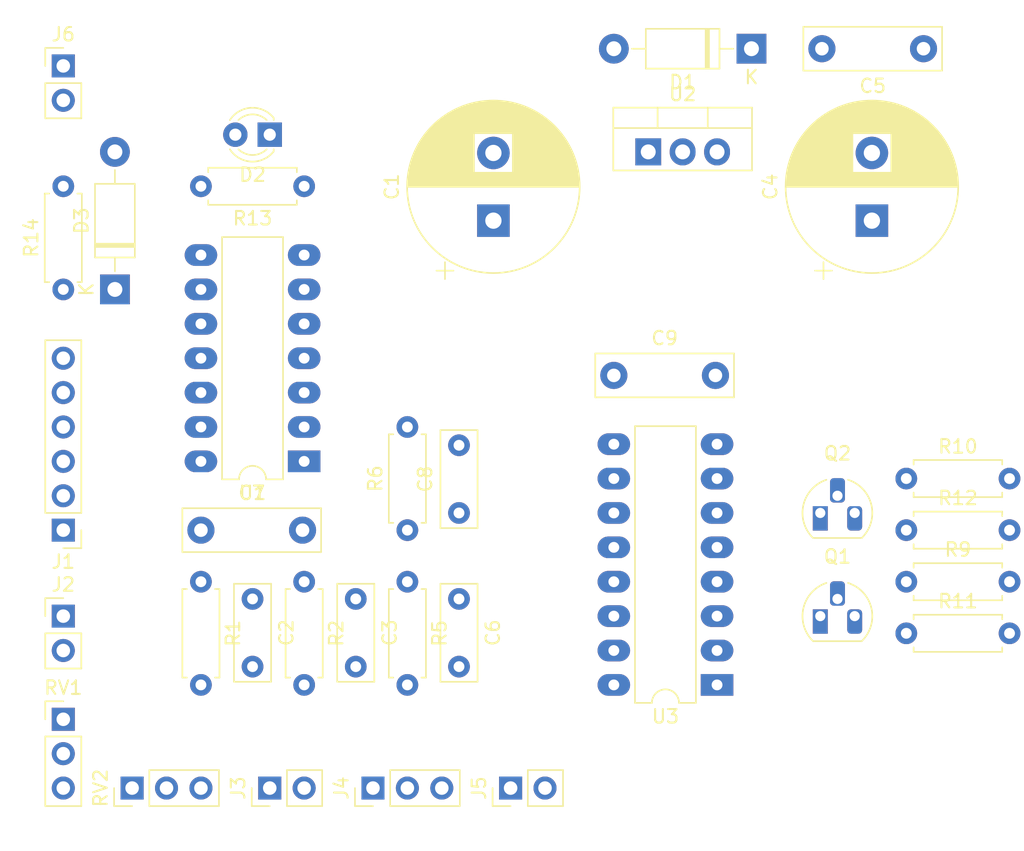
<source format=kicad_pcb>
(kicad_pcb (version 20171130) (host pcbnew 5.0.2+dfsg1-1~bpo9+1)

  (general
    (thickness 1.6)
    (drawings 0)
    (tracks 0)
    (zones 0)
    (modules 35)
    (nets 28)
  )

  (page A4)
  (title_block
    (title "EHX DMM Clock")
    (date 2020-08-24)
    (rev 1)
    (company "Homo Electomagneticus")
    (comment 2 https://creativecommons.org/licenses/by-nc-sa/4.0/)
    (comment 3 "CC BY-NC-SA 4.0")
  )

  (layers
    (0 F.Cu signal)
    (31 B.Cu signal)
    (32 B.Adhes user)
    (33 F.Adhes user)
    (34 B.Paste user)
    (35 F.Paste user)
    (36 B.SilkS user)
    (37 F.SilkS user)
    (38 B.Mask user)
    (39 F.Mask user)
    (40 Dwgs.User user)
    (41 Cmts.User user)
    (42 Eco1.User user)
    (43 Eco2.User user)
    (44 Edge.Cuts user)
    (45 Margin user)
    (46 B.CrtYd user)
    (47 F.CrtYd user)
    (48 B.Fab user)
    (49 F.Fab user)
  )

  (setup
    (last_trace_width 0.25)
    (trace_clearance 0.2)
    (zone_clearance 0.508)
    (zone_45_only no)
    (trace_min 0.2)
    (segment_width 0.2)
    (edge_width 0.15)
    (via_size 0.8)
    (via_drill 0.4)
    (via_min_size 0.4)
    (via_min_drill 0.3)
    (uvia_size 0.3)
    (uvia_drill 0.1)
    (uvias_allowed no)
    (uvia_min_size 0.2)
    (uvia_min_drill 0.1)
    (pcb_text_width 0.3)
    (pcb_text_size 1.5 1.5)
    (mod_edge_width 0.15)
    (mod_text_size 1 1)
    (mod_text_width 0.15)
    (pad_size 1.524 1.524)
    (pad_drill 0.762)
    (pad_to_mask_clearance 0.051)
    (solder_mask_min_width 0.25)
    (aux_axis_origin 0 0)
    (visible_elements FFFFFF7F)
    (pcbplotparams
      (layerselection 0x010fc_ffffffff)
      (usegerberextensions false)
      (usegerberattributes false)
      (usegerberadvancedattributes false)
      (creategerberjobfile false)
      (excludeedgelayer true)
      (linewidth 0.100000)
      (plotframeref false)
      (viasonmask false)
      (mode 1)
      (useauxorigin false)
      (hpglpennumber 1)
      (hpglpenspeed 20)
      (hpglpendiameter 15.000000)
      (psnegative false)
      (psa4output false)
      (plotreference true)
      (plotvalue true)
      (plotinvisibletext false)
      (padsonsilk false)
      (subtractmaskfromsilk false)
      (outputformat 1)
      (mirror false)
      (drillshape 1)
      (scaleselection 1)
      (outputdirectory ""))
  )

  (net 0 "")
  (net 1 -15V)
  (net 2 -5V)
  (net 3 /~MCLR~\VPP)
  (net 4 "Net-(D3-Pad2)")
  (net 5 GND)
  (net 6 /ICSPDAT)
  (net 7 /ICSPCLK)
  (net 8 "Net-(Q1-Pad3)")
  (net 9 "Net-(Q1-Pad2)")
  (net 10 "Net-(Q2-Pad2)")
  (net 11 "Net-(Q2-Pad3)")
  (net 12 "Net-(R13-Pad2)")
  (net 13 /DBL_TIME)
  (net 14 /TAP_TEMPO)
  (net 15 /DOTTED)
  (net 16 /CHORUS_AMOUNT)
  (net 17 /DELAY_TIME)
  (net 18 /LV_BBD_CLK)
  (net 19 /~LV_BBD_CLK)
  (net 20 /TRIPLET)
  (net 21 /BBD_CLK)
  (net 22 "Net-(U3-Pad10)")
  (net 23 /~BBD_CLK)
  (net 24 "Net-(U3-Pad12)")
  (net 25 "Net-(U3-Pad6)")
  (net 26 "Net-(U3-Pad15)")
  (net 27 "Net-(D2-Pad1)")

  (net_class Default "This is the default net class."
    (clearance 0.2)
    (trace_width 0.25)
    (via_dia 0.8)
    (via_drill 0.4)
    (uvia_dia 0.3)
    (uvia_drill 0.1)
    (add_net -15V)
    (add_net -5V)
    (add_net /BBD_CLK)
    (add_net /CHORUS_AMOUNT)
    (add_net /DBL_TIME)
    (add_net /DELAY_TIME)
    (add_net /DOTTED)
    (add_net /ICSPCLK)
    (add_net /ICSPDAT)
    (add_net /LV_BBD_CLK)
    (add_net /TAP_TEMPO)
    (add_net /TRIPLET)
    (add_net /~BBD_CLK)
    (add_net /~LV_BBD_CLK)
    (add_net /~MCLR~\VPP)
    (add_net GND)
    (add_net "Net-(D2-Pad1)")
    (add_net "Net-(D3-Pad2)")
    (add_net "Net-(Q1-Pad2)")
    (add_net "Net-(Q1-Pad3)")
    (add_net "Net-(Q2-Pad2)")
    (add_net "Net-(Q2-Pad3)")
    (add_net "Net-(R13-Pad2)")
    (add_net "Net-(U3-Pad10)")
    (add_net "Net-(U3-Pad12)")
    (add_net "Net-(U3-Pad15)")
    (add_net "Net-(U3-Pad6)")
  )

  (module Capacitor_THT:CP_Radial_D12.5mm_P5.00mm (layer F.Cu) (tedit 5AE50EF1) (tstamp 5F44EC5B)
    (at 140.97 92.71 90)
    (descr "CP, Radial series, Radial, pin pitch=5.00mm, , diameter=12.5mm, Electrolytic Capacitor")
    (tags "CP Radial series Radial pin pitch 5.00mm  diameter 12.5mm Electrolytic Capacitor")
    (path /5F3B8668)
    (fp_text reference C1 (at 2.5 -7.5 90) (layer F.SilkS)
      (effects (font (size 1 1) (thickness 0.15)))
    )
    (fp_text value 33uF (at 2.5 7.5 90) (layer F.Fab)
      (effects (font (size 1 1) (thickness 0.15)))
    )
    (fp_text user %R (at 2.5 0 90) (layer F.Fab)
      (effects (font (size 1 1) (thickness 0.15)))
    )
    (fp_line (start -3.692082 -4.2) (end -3.692082 -2.95) (layer F.SilkS) (width 0.12))
    (fp_line (start -4.317082 -3.575) (end -3.067082 -3.575) (layer F.SilkS) (width 0.12))
    (fp_line (start 8.861 -0.317) (end 8.861 0.317) (layer F.SilkS) (width 0.12))
    (fp_line (start 8.821 -0.757) (end 8.821 0.757) (layer F.SilkS) (width 0.12))
    (fp_line (start 8.781 -1.028) (end 8.781 1.028) (layer F.SilkS) (width 0.12))
    (fp_line (start 8.741 -1.241) (end 8.741 1.241) (layer F.SilkS) (width 0.12))
    (fp_line (start 8.701 -1.422) (end 8.701 1.422) (layer F.SilkS) (width 0.12))
    (fp_line (start 8.661 -1.583) (end 8.661 1.583) (layer F.SilkS) (width 0.12))
    (fp_line (start 8.621 -1.728) (end 8.621 1.728) (layer F.SilkS) (width 0.12))
    (fp_line (start 8.581 -1.861) (end 8.581 1.861) (layer F.SilkS) (width 0.12))
    (fp_line (start 8.541 -1.984) (end 8.541 1.984) (layer F.SilkS) (width 0.12))
    (fp_line (start 8.501 -2.1) (end 8.501 2.1) (layer F.SilkS) (width 0.12))
    (fp_line (start 8.461 -2.209) (end 8.461 2.209) (layer F.SilkS) (width 0.12))
    (fp_line (start 8.421 -2.312) (end 8.421 2.312) (layer F.SilkS) (width 0.12))
    (fp_line (start 8.381 -2.41) (end 8.381 2.41) (layer F.SilkS) (width 0.12))
    (fp_line (start 8.341 -2.504) (end 8.341 2.504) (layer F.SilkS) (width 0.12))
    (fp_line (start 8.301 -2.594) (end 8.301 2.594) (layer F.SilkS) (width 0.12))
    (fp_line (start 8.261 -2.681) (end 8.261 2.681) (layer F.SilkS) (width 0.12))
    (fp_line (start 8.221 -2.764) (end 8.221 2.764) (layer F.SilkS) (width 0.12))
    (fp_line (start 8.181 -2.844) (end 8.181 2.844) (layer F.SilkS) (width 0.12))
    (fp_line (start 8.141 -2.921) (end 8.141 2.921) (layer F.SilkS) (width 0.12))
    (fp_line (start 8.101 -2.996) (end 8.101 2.996) (layer F.SilkS) (width 0.12))
    (fp_line (start 8.061 -3.069) (end 8.061 3.069) (layer F.SilkS) (width 0.12))
    (fp_line (start 8.021 -3.14) (end 8.021 3.14) (layer F.SilkS) (width 0.12))
    (fp_line (start 7.981 -3.208) (end 7.981 3.208) (layer F.SilkS) (width 0.12))
    (fp_line (start 7.941 -3.275) (end 7.941 3.275) (layer F.SilkS) (width 0.12))
    (fp_line (start 7.901 -3.339) (end 7.901 3.339) (layer F.SilkS) (width 0.12))
    (fp_line (start 7.861 -3.402) (end 7.861 3.402) (layer F.SilkS) (width 0.12))
    (fp_line (start 7.821 -3.464) (end 7.821 3.464) (layer F.SilkS) (width 0.12))
    (fp_line (start 7.781 -3.524) (end 7.781 3.524) (layer F.SilkS) (width 0.12))
    (fp_line (start 7.741 -3.583) (end 7.741 3.583) (layer F.SilkS) (width 0.12))
    (fp_line (start 7.701 -3.64) (end 7.701 3.64) (layer F.SilkS) (width 0.12))
    (fp_line (start 7.661 -3.696) (end 7.661 3.696) (layer F.SilkS) (width 0.12))
    (fp_line (start 7.621 -3.75) (end 7.621 3.75) (layer F.SilkS) (width 0.12))
    (fp_line (start 7.581 -3.804) (end 7.581 3.804) (layer F.SilkS) (width 0.12))
    (fp_line (start 7.541 -3.856) (end 7.541 3.856) (layer F.SilkS) (width 0.12))
    (fp_line (start 7.501 -3.907) (end 7.501 3.907) (layer F.SilkS) (width 0.12))
    (fp_line (start 7.461 -3.957) (end 7.461 3.957) (layer F.SilkS) (width 0.12))
    (fp_line (start 7.421 -4.007) (end 7.421 4.007) (layer F.SilkS) (width 0.12))
    (fp_line (start 7.381 -4.055) (end 7.381 4.055) (layer F.SilkS) (width 0.12))
    (fp_line (start 7.341 -4.102) (end 7.341 4.102) (layer F.SilkS) (width 0.12))
    (fp_line (start 7.301 -4.148) (end 7.301 4.148) (layer F.SilkS) (width 0.12))
    (fp_line (start 7.261 -4.194) (end 7.261 4.194) (layer F.SilkS) (width 0.12))
    (fp_line (start 7.221 -4.238) (end 7.221 4.238) (layer F.SilkS) (width 0.12))
    (fp_line (start 7.181 -4.282) (end 7.181 4.282) (layer F.SilkS) (width 0.12))
    (fp_line (start 7.141 -4.325) (end 7.141 4.325) (layer F.SilkS) (width 0.12))
    (fp_line (start 7.101 -4.367) (end 7.101 4.367) (layer F.SilkS) (width 0.12))
    (fp_line (start 7.061 -4.408) (end 7.061 4.408) (layer F.SilkS) (width 0.12))
    (fp_line (start 7.021 -4.449) (end 7.021 4.449) (layer F.SilkS) (width 0.12))
    (fp_line (start 6.981 -4.489) (end 6.981 4.489) (layer F.SilkS) (width 0.12))
    (fp_line (start 6.941 -4.528) (end 6.941 4.528) (layer F.SilkS) (width 0.12))
    (fp_line (start 6.901 -4.567) (end 6.901 4.567) (layer F.SilkS) (width 0.12))
    (fp_line (start 6.861 -4.605) (end 6.861 4.605) (layer F.SilkS) (width 0.12))
    (fp_line (start 6.821 -4.642) (end 6.821 4.642) (layer F.SilkS) (width 0.12))
    (fp_line (start 6.781 -4.678) (end 6.781 4.678) (layer F.SilkS) (width 0.12))
    (fp_line (start 6.741 -4.714) (end 6.741 4.714) (layer F.SilkS) (width 0.12))
    (fp_line (start 6.701 -4.75) (end 6.701 4.75) (layer F.SilkS) (width 0.12))
    (fp_line (start 6.661 -4.785) (end 6.661 4.785) (layer F.SilkS) (width 0.12))
    (fp_line (start 6.621 -4.819) (end 6.621 4.819) (layer F.SilkS) (width 0.12))
    (fp_line (start 6.581 -4.852) (end 6.581 4.852) (layer F.SilkS) (width 0.12))
    (fp_line (start 6.541 -4.885) (end 6.541 4.885) (layer F.SilkS) (width 0.12))
    (fp_line (start 6.501 -4.918) (end 6.501 4.918) (layer F.SilkS) (width 0.12))
    (fp_line (start 6.461 -4.95) (end 6.461 4.95) (layer F.SilkS) (width 0.12))
    (fp_line (start 6.421 1.44) (end 6.421 4.982) (layer F.SilkS) (width 0.12))
    (fp_line (start 6.421 -4.982) (end 6.421 -1.44) (layer F.SilkS) (width 0.12))
    (fp_line (start 6.381 1.44) (end 6.381 5.012) (layer F.SilkS) (width 0.12))
    (fp_line (start 6.381 -5.012) (end 6.381 -1.44) (layer F.SilkS) (width 0.12))
    (fp_line (start 6.341 1.44) (end 6.341 5.043) (layer F.SilkS) (width 0.12))
    (fp_line (start 6.341 -5.043) (end 6.341 -1.44) (layer F.SilkS) (width 0.12))
    (fp_line (start 6.301 1.44) (end 6.301 5.073) (layer F.SilkS) (width 0.12))
    (fp_line (start 6.301 -5.073) (end 6.301 -1.44) (layer F.SilkS) (width 0.12))
    (fp_line (start 6.261 1.44) (end 6.261 5.102) (layer F.SilkS) (width 0.12))
    (fp_line (start 6.261 -5.102) (end 6.261 -1.44) (layer F.SilkS) (width 0.12))
    (fp_line (start 6.221 1.44) (end 6.221 5.131) (layer F.SilkS) (width 0.12))
    (fp_line (start 6.221 -5.131) (end 6.221 -1.44) (layer F.SilkS) (width 0.12))
    (fp_line (start 6.181 1.44) (end 6.181 5.16) (layer F.SilkS) (width 0.12))
    (fp_line (start 6.181 -5.16) (end 6.181 -1.44) (layer F.SilkS) (width 0.12))
    (fp_line (start 6.141 1.44) (end 6.141 5.188) (layer F.SilkS) (width 0.12))
    (fp_line (start 6.141 -5.188) (end 6.141 -1.44) (layer F.SilkS) (width 0.12))
    (fp_line (start 6.101 1.44) (end 6.101 5.216) (layer F.SilkS) (width 0.12))
    (fp_line (start 6.101 -5.216) (end 6.101 -1.44) (layer F.SilkS) (width 0.12))
    (fp_line (start 6.061 1.44) (end 6.061 5.243) (layer F.SilkS) (width 0.12))
    (fp_line (start 6.061 -5.243) (end 6.061 -1.44) (layer F.SilkS) (width 0.12))
    (fp_line (start 6.021 1.44) (end 6.021 5.27) (layer F.SilkS) (width 0.12))
    (fp_line (start 6.021 -5.27) (end 6.021 -1.44) (layer F.SilkS) (width 0.12))
    (fp_line (start 5.981 1.44) (end 5.981 5.296) (layer F.SilkS) (width 0.12))
    (fp_line (start 5.981 -5.296) (end 5.981 -1.44) (layer F.SilkS) (width 0.12))
    (fp_line (start 5.941 1.44) (end 5.941 5.322) (layer F.SilkS) (width 0.12))
    (fp_line (start 5.941 -5.322) (end 5.941 -1.44) (layer F.SilkS) (width 0.12))
    (fp_line (start 5.901 1.44) (end 5.901 5.347) (layer F.SilkS) (width 0.12))
    (fp_line (start 5.901 -5.347) (end 5.901 -1.44) (layer F.SilkS) (width 0.12))
    (fp_line (start 5.861 1.44) (end 5.861 5.372) (layer F.SilkS) (width 0.12))
    (fp_line (start 5.861 -5.372) (end 5.861 -1.44) (layer F.SilkS) (width 0.12))
    (fp_line (start 5.821 1.44) (end 5.821 5.397) (layer F.SilkS) (width 0.12))
    (fp_line (start 5.821 -5.397) (end 5.821 -1.44) (layer F.SilkS) (width 0.12))
    (fp_line (start 5.781 1.44) (end 5.781 5.421) (layer F.SilkS) (width 0.12))
    (fp_line (start 5.781 -5.421) (end 5.781 -1.44) (layer F.SilkS) (width 0.12))
    (fp_line (start 5.741 1.44) (end 5.741 5.445) (layer F.SilkS) (width 0.12))
    (fp_line (start 5.741 -5.445) (end 5.741 -1.44) (layer F.SilkS) (width 0.12))
    (fp_line (start 5.701 1.44) (end 5.701 5.468) (layer F.SilkS) (width 0.12))
    (fp_line (start 5.701 -5.468) (end 5.701 -1.44) (layer F.SilkS) (width 0.12))
    (fp_line (start 5.661 1.44) (end 5.661 5.491) (layer F.SilkS) (width 0.12))
    (fp_line (start 5.661 -5.491) (end 5.661 -1.44) (layer F.SilkS) (width 0.12))
    (fp_line (start 5.621 1.44) (end 5.621 5.514) (layer F.SilkS) (width 0.12))
    (fp_line (start 5.621 -5.514) (end 5.621 -1.44) (layer F.SilkS) (width 0.12))
    (fp_line (start 5.581 1.44) (end 5.581 5.536) (layer F.SilkS) (width 0.12))
    (fp_line (start 5.581 -5.536) (end 5.581 -1.44) (layer F.SilkS) (width 0.12))
    (fp_line (start 5.541 1.44) (end 5.541 5.558) (layer F.SilkS) (width 0.12))
    (fp_line (start 5.541 -5.558) (end 5.541 -1.44) (layer F.SilkS) (width 0.12))
    (fp_line (start 5.501 1.44) (end 5.501 5.58) (layer F.SilkS) (width 0.12))
    (fp_line (start 5.501 -5.58) (end 5.501 -1.44) (layer F.SilkS) (width 0.12))
    (fp_line (start 5.461 1.44) (end 5.461 5.601) (layer F.SilkS) (width 0.12))
    (fp_line (start 5.461 -5.601) (end 5.461 -1.44) (layer F.SilkS) (width 0.12))
    (fp_line (start 5.421 1.44) (end 5.421 5.622) (layer F.SilkS) (width 0.12))
    (fp_line (start 5.421 -5.622) (end 5.421 -1.44) (layer F.SilkS) (width 0.12))
    (fp_line (start 5.381 1.44) (end 5.381 5.642) (layer F.SilkS) (width 0.12))
    (fp_line (start 5.381 -5.642) (end 5.381 -1.44) (layer F.SilkS) (width 0.12))
    (fp_line (start 5.341 1.44) (end 5.341 5.662) (layer F.SilkS) (width 0.12))
    (fp_line (start 5.341 -5.662) (end 5.341 -1.44) (layer F.SilkS) (width 0.12))
    (fp_line (start 5.301 1.44) (end 5.301 5.682) (layer F.SilkS) (width 0.12))
    (fp_line (start 5.301 -5.682) (end 5.301 -1.44) (layer F.SilkS) (width 0.12))
    (fp_line (start 5.261 1.44) (end 5.261 5.702) (layer F.SilkS) (width 0.12))
    (fp_line (start 5.261 -5.702) (end 5.261 -1.44) (layer F.SilkS) (width 0.12))
    (fp_line (start 5.221 1.44) (end 5.221 5.721) (layer F.SilkS) (width 0.12))
    (fp_line (start 5.221 -5.721) (end 5.221 -1.44) (layer F.SilkS) (width 0.12))
    (fp_line (start 5.181 1.44) (end 5.181 5.739) (layer F.SilkS) (width 0.12))
    (fp_line (start 5.181 -5.739) (end 5.181 -1.44) (layer F.SilkS) (width 0.12))
    (fp_line (start 5.141 1.44) (end 5.141 5.758) (layer F.SilkS) (width 0.12))
    (fp_line (start 5.141 -5.758) (end 5.141 -1.44) (layer F.SilkS) (width 0.12))
    (fp_line (start 5.101 1.44) (end 5.101 5.776) (layer F.SilkS) (width 0.12))
    (fp_line (start 5.101 -5.776) (end 5.101 -1.44) (layer F.SilkS) (width 0.12))
    (fp_line (start 5.061 1.44) (end 5.061 5.793) (layer F.SilkS) (width 0.12))
    (fp_line (start 5.061 -5.793) (end 5.061 -1.44) (layer F.SilkS) (width 0.12))
    (fp_line (start 5.021 1.44) (end 5.021 5.811) (layer F.SilkS) (width 0.12))
    (fp_line (start 5.021 -5.811) (end 5.021 -1.44) (layer F.SilkS) (width 0.12))
    (fp_line (start 4.981 1.44) (end 4.981 5.828) (layer F.SilkS) (width 0.12))
    (fp_line (start 4.981 -5.828) (end 4.981 -1.44) (layer F.SilkS) (width 0.12))
    (fp_line (start 4.941 1.44) (end 4.941 5.845) (layer F.SilkS) (width 0.12))
    (fp_line (start 4.941 -5.845) (end 4.941 -1.44) (layer F.SilkS) (width 0.12))
    (fp_line (start 4.901 1.44) (end 4.901 5.861) (layer F.SilkS) (width 0.12))
    (fp_line (start 4.901 -5.861) (end 4.901 -1.44) (layer F.SilkS) (width 0.12))
    (fp_line (start 4.861 1.44) (end 4.861 5.877) (layer F.SilkS) (width 0.12))
    (fp_line (start 4.861 -5.877) (end 4.861 -1.44) (layer F.SilkS) (width 0.12))
    (fp_line (start 4.821 1.44) (end 4.821 5.893) (layer F.SilkS) (width 0.12))
    (fp_line (start 4.821 -5.893) (end 4.821 -1.44) (layer F.SilkS) (width 0.12))
    (fp_line (start 4.781 1.44) (end 4.781 5.908) (layer F.SilkS) (width 0.12))
    (fp_line (start 4.781 -5.908) (end 4.781 -1.44) (layer F.SilkS) (width 0.12))
    (fp_line (start 4.741 1.44) (end 4.741 5.924) (layer F.SilkS) (width 0.12))
    (fp_line (start 4.741 -5.924) (end 4.741 -1.44) (layer F.SilkS) (width 0.12))
    (fp_line (start 4.701 1.44) (end 4.701 5.939) (layer F.SilkS) (width 0.12))
    (fp_line (start 4.701 -5.939) (end 4.701 -1.44) (layer F.SilkS) (width 0.12))
    (fp_line (start 4.661 1.44) (end 4.661 5.953) (layer F.SilkS) (width 0.12))
    (fp_line (start 4.661 -5.953) (end 4.661 -1.44) (layer F.SilkS) (width 0.12))
    (fp_line (start 4.621 1.44) (end 4.621 5.967) (layer F.SilkS) (width 0.12))
    (fp_line (start 4.621 -5.967) (end 4.621 -1.44) (layer F.SilkS) (width 0.12))
    (fp_line (start 4.581 1.44) (end 4.581 5.981) (layer F.SilkS) (width 0.12))
    (fp_line (start 4.581 -5.981) (end 4.581 -1.44) (layer F.SilkS) (width 0.12))
    (fp_line (start 4.541 1.44) (end 4.541 5.995) (layer F.SilkS) (width 0.12))
    (fp_line (start 4.541 -5.995) (end 4.541 -1.44) (layer F.SilkS) (width 0.12))
    (fp_line (start 4.501 1.44) (end 4.501 6.008) (layer F.SilkS) (width 0.12))
    (fp_line (start 4.501 -6.008) (end 4.501 -1.44) (layer F.SilkS) (width 0.12))
    (fp_line (start 4.461 1.44) (end 4.461 6.021) (layer F.SilkS) (width 0.12))
    (fp_line (start 4.461 -6.021) (end 4.461 -1.44) (layer F.SilkS) (width 0.12))
    (fp_line (start 4.421 1.44) (end 4.421 6.034) (layer F.SilkS) (width 0.12))
    (fp_line (start 4.421 -6.034) (end 4.421 -1.44) (layer F.SilkS) (width 0.12))
    (fp_line (start 4.381 1.44) (end 4.381 6.047) (layer F.SilkS) (width 0.12))
    (fp_line (start 4.381 -6.047) (end 4.381 -1.44) (layer F.SilkS) (width 0.12))
    (fp_line (start 4.341 1.44) (end 4.341 6.059) (layer F.SilkS) (width 0.12))
    (fp_line (start 4.341 -6.059) (end 4.341 -1.44) (layer F.SilkS) (width 0.12))
    (fp_line (start 4.301 1.44) (end 4.301 6.071) (layer F.SilkS) (width 0.12))
    (fp_line (start 4.301 -6.071) (end 4.301 -1.44) (layer F.SilkS) (width 0.12))
    (fp_line (start 4.261 1.44) (end 4.261 6.083) (layer F.SilkS) (width 0.12))
    (fp_line (start 4.261 -6.083) (end 4.261 -1.44) (layer F.SilkS) (width 0.12))
    (fp_line (start 4.221 1.44) (end 4.221 6.094) (layer F.SilkS) (width 0.12))
    (fp_line (start 4.221 -6.094) (end 4.221 -1.44) (layer F.SilkS) (width 0.12))
    (fp_line (start 4.181 1.44) (end 4.181 6.105) (layer F.SilkS) (width 0.12))
    (fp_line (start 4.181 -6.105) (end 4.181 -1.44) (layer F.SilkS) (width 0.12))
    (fp_line (start 4.141 1.44) (end 4.141 6.116) (layer F.SilkS) (width 0.12))
    (fp_line (start 4.141 -6.116) (end 4.141 -1.44) (layer F.SilkS) (width 0.12))
    (fp_line (start 4.101 1.44) (end 4.101 6.126) (layer F.SilkS) (width 0.12))
    (fp_line (start 4.101 -6.126) (end 4.101 -1.44) (layer F.SilkS) (width 0.12))
    (fp_line (start 4.061 1.44) (end 4.061 6.137) (layer F.SilkS) (width 0.12))
    (fp_line (start 4.061 -6.137) (end 4.061 -1.44) (layer F.SilkS) (width 0.12))
    (fp_line (start 4.021 1.44) (end 4.021 6.146) (layer F.SilkS) (width 0.12))
    (fp_line (start 4.021 -6.146) (end 4.021 -1.44) (layer F.SilkS) (width 0.12))
    (fp_line (start 3.981 1.44) (end 3.981 6.156) (layer F.SilkS) (width 0.12))
    (fp_line (start 3.981 -6.156) (end 3.981 -1.44) (layer F.SilkS) (width 0.12))
    (fp_line (start 3.941 1.44) (end 3.941 6.166) (layer F.SilkS) (width 0.12))
    (fp_line (start 3.941 -6.166) (end 3.941 -1.44) (layer F.SilkS) (width 0.12))
    (fp_line (start 3.901 1.44) (end 3.901 6.175) (layer F.SilkS) (width 0.12))
    (fp_line (start 3.901 -6.175) (end 3.901 -1.44) (layer F.SilkS) (width 0.12))
    (fp_line (start 3.861 1.44) (end 3.861 6.184) (layer F.SilkS) (width 0.12))
    (fp_line (start 3.861 -6.184) (end 3.861 -1.44) (layer F.SilkS) (width 0.12))
    (fp_line (start 3.821 1.44) (end 3.821 6.192) (layer F.SilkS) (width 0.12))
    (fp_line (start 3.821 -6.192) (end 3.821 -1.44) (layer F.SilkS) (width 0.12))
    (fp_line (start 3.781 1.44) (end 3.781 6.201) (layer F.SilkS) (width 0.12))
    (fp_line (start 3.781 -6.201) (end 3.781 -1.44) (layer F.SilkS) (width 0.12))
    (fp_line (start 3.741 1.44) (end 3.741 6.209) (layer F.SilkS) (width 0.12))
    (fp_line (start 3.741 -6.209) (end 3.741 -1.44) (layer F.SilkS) (width 0.12))
    (fp_line (start 3.701 1.44) (end 3.701 6.216) (layer F.SilkS) (width 0.12))
    (fp_line (start 3.701 -6.216) (end 3.701 -1.44) (layer F.SilkS) (width 0.12))
    (fp_line (start 3.661 1.44) (end 3.661 6.224) (layer F.SilkS) (width 0.12))
    (fp_line (start 3.661 -6.224) (end 3.661 -1.44) (layer F.SilkS) (width 0.12))
    (fp_line (start 3.621 1.44) (end 3.621 6.231) (layer F.SilkS) (width 0.12))
    (fp_line (start 3.621 -6.231) (end 3.621 -1.44) (layer F.SilkS) (width 0.12))
    (fp_line (start 3.581 1.44) (end 3.581 6.238) (layer F.SilkS) (width 0.12))
    (fp_line (start 3.581 -6.238) (end 3.581 -1.44) (layer F.SilkS) (width 0.12))
    (fp_line (start 3.541 -6.245) (end 3.541 6.245) (layer F.SilkS) (width 0.12))
    (fp_line (start 3.501 -6.252) (end 3.501 6.252) (layer F.SilkS) (width 0.12))
    (fp_line (start 3.461 -6.258) (end 3.461 6.258) (layer F.SilkS) (width 0.12))
    (fp_line (start 3.421 -6.264) (end 3.421 6.264) (layer F.SilkS) (width 0.12))
    (fp_line (start 3.381 -6.269) (end 3.381 6.269) (layer F.SilkS) (width 0.12))
    (fp_line (start 3.341 -6.275) (end 3.341 6.275) (layer F.SilkS) (width 0.12))
    (fp_line (start 3.301 -6.28) (end 3.301 6.28) (layer F.SilkS) (width 0.12))
    (fp_line (start 3.261 -6.285) (end 3.261 6.285) (layer F.SilkS) (width 0.12))
    (fp_line (start 3.221 -6.29) (end 3.221 6.29) (layer F.SilkS) (width 0.12))
    (fp_line (start 3.18 -6.294) (end 3.18 6.294) (layer F.SilkS) (width 0.12))
    (fp_line (start 3.14 -6.298) (end 3.14 6.298) (layer F.SilkS) (width 0.12))
    (fp_line (start 3.1 -6.302) (end 3.1 6.302) (layer F.SilkS) (width 0.12))
    (fp_line (start 3.06 -6.306) (end 3.06 6.306) (layer F.SilkS) (width 0.12))
    (fp_line (start 3.02 -6.309) (end 3.02 6.309) (layer F.SilkS) (width 0.12))
    (fp_line (start 2.98 -6.312) (end 2.98 6.312) (layer F.SilkS) (width 0.12))
    (fp_line (start 2.94 -6.315) (end 2.94 6.315) (layer F.SilkS) (width 0.12))
    (fp_line (start 2.9 -6.318) (end 2.9 6.318) (layer F.SilkS) (width 0.12))
    (fp_line (start 2.86 -6.32) (end 2.86 6.32) (layer F.SilkS) (width 0.12))
    (fp_line (start 2.82 -6.322) (end 2.82 6.322) (layer F.SilkS) (width 0.12))
    (fp_line (start 2.78 -6.324) (end 2.78 6.324) (layer F.SilkS) (width 0.12))
    (fp_line (start 2.74 -6.326) (end 2.74 6.326) (layer F.SilkS) (width 0.12))
    (fp_line (start 2.7 -6.327) (end 2.7 6.327) (layer F.SilkS) (width 0.12))
    (fp_line (start 2.66 -6.328) (end 2.66 6.328) (layer F.SilkS) (width 0.12))
    (fp_line (start 2.62 -6.329) (end 2.62 6.329) (layer F.SilkS) (width 0.12))
    (fp_line (start 2.58 -6.33) (end 2.58 6.33) (layer F.SilkS) (width 0.12))
    (fp_line (start 2.54 -6.33) (end 2.54 6.33) (layer F.SilkS) (width 0.12))
    (fp_line (start 2.5 -6.33) (end 2.5 6.33) (layer F.SilkS) (width 0.12))
    (fp_line (start -2.241489 -3.3625) (end -2.241489 -2.1125) (layer F.Fab) (width 0.1))
    (fp_line (start -2.866489 -2.7375) (end -1.616489 -2.7375) (layer F.Fab) (width 0.1))
    (fp_circle (center 2.5 0) (end 9 0) (layer F.CrtYd) (width 0.05))
    (fp_circle (center 2.5 0) (end 8.87 0) (layer F.SilkS) (width 0.12))
    (fp_circle (center 2.5 0) (end 8.75 0) (layer F.Fab) (width 0.1))
    (pad 2 thru_hole circle (at 5 0 90) (size 2.4 2.4) (drill 1.2) (layers *.Cu *.Mask)
      (net 1 -15V))
    (pad 1 thru_hole rect (at 0 0 90) (size 2.4 2.4) (drill 1.2) (layers *.Cu *.Mask)
      (net 5 GND))
    (model ${KISYS3DMOD}/Capacitor_THT.3dshapes/CP_Radial_D12.5mm_P5.00mm.wrl
      (at (xyz 0 0 0))
      (scale (xyz 1 1 1))
      (rotate (xyz 0 0 0))
    )
  )

  (module Capacitor_THT:C_Rect_L7.0mm_W2.5mm_P5.00mm (layer F.Cu) (tedit 5AE50EF0) (tstamp 5F44EC6E)
    (at 123.19 120.65 270)
    (descr "C, Rect series, Radial, pin pitch=5.00mm, , length*width=7*2.5mm^2, Capacitor")
    (tags "C Rect series Radial pin pitch 5.00mm  length 7mm width 2.5mm Capacitor")
    (path /5F4139C2)
    (fp_text reference C2 (at 2.5 -2.5 270) (layer F.SilkS)
      (effects (font (size 1 1) (thickness 0.15)))
    )
    (fp_text value 1nF (at 2.5 2.5 270) (layer F.Fab)
      (effects (font (size 1 1) (thickness 0.15)))
    )
    (fp_line (start -1 -1.25) (end -1 1.25) (layer F.Fab) (width 0.1))
    (fp_line (start -1 1.25) (end 6 1.25) (layer F.Fab) (width 0.1))
    (fp_line (start 6 1.25) (end 6 -1.25) (layer F.Fab) (width 0.1))
    (fp_line (start 6 -1.25) (end -1 -1.25) (layer F.Fab) (width 0.1))
    (fp_line (start -1.12 -1.37) (end 6.12 -1.37) (layer F.SilkS) (width 0.12))
    (fp_line (start -1.12 1.37) (end 6.12 1.37) (layer F.SilkS) (width 0.12))
    (fp_line (start -1.12 -1.37) (end -1.12 1.37) (layer F.SilkS) (width 0.12))
    (fp_line (start 6.12 -1.37) (end 6.12 1.37) (layer F.SilkS) (width 0.12))
    (fp_line (start -1.25 -1.5) (end -1.25 1.5) (layer F.CrtYd) (width 0.05))
    (fp_line (start -1.25 1.5) (end 6.25 1.5) (layer F.CrtYd) (width 0.05))
    (fp_line (start 6.25 1.5) (end 6.25 -1.5) (layer F.CrtYd) (width 0.05))
    (fp_line (start 6.25 -1.5) (end -1.25 -1.5) (layer F.CrtYd) (width 0.05))
    (fp_text user %R (at 2.5 0 270) (layer F.Fab)
      (effects (font (size 1 1) (thickness 0.15)))
    )
    (pad 1 thru_hole circle (at 0 0 270) (size 1.6 1.6) (drill 0.8) (layers *.Cu *.Mask)
      (net 5 GND))
    (pad 2 thru_hole circle (at 5 0 270) (size 1.6 1.6) (drill 0.8) (layers *.Cu *.Mask)
      (net 14 /TAP_TEMPO))
    (model ${KISYS3DMOD}/Capacitor_THT.3dshapes/C_Rect_L7.0mm_W2.5mm_P5.00mm.wrl
      (at (xyz 0 0 0))
      (scale (xyz 1 1 1))
      (rotate (xyz 0 0 0))
    )
  )

  (module Capacitor_THT:C_Rect_L7.0mm_W2.5mm_P5.00mm (layer F.Cu) (tedit 5AE50EF0) (tstamp 5F44EC81)
    (at 130.81 120.65 270)
    (descr "C, Rect series, Radial, pin pitch=5.00mm, , length*width=7*2.5mm^2, Capacitor")
    (tags "C Rect series Radial pin pitch 5.00mm  length 7mm width 2.5mm Capacitor")
    (path /5F479678)
    (fp_text reference C3 (at 2.5 -2.5 270) (layer F.SilkS)
      (effects (font (size 1 1) (thickness 0.15)))
    )
    (fp_text value 1nF (at 2.5 2.5 270) (layer F.Fab)
      (effects (font (size 1 1) (thickness 0.15)))
    )
    (fp_text user %R (at 2.5 0 270) (layer F.Fab)
      (effects (font (size 1 1) (thickness 0.15)))
    )
    (fp_line (start 6.25 -1.5) (end -1.25 -1.5) (layer F.CrtYd) (width 0.05))
    (fp_line (start 6.25 1.5) (end 6.25 -1.5) (layer F.CrtYd) (width 0.05))
    (fp_line (start -1.25 1.5) (end 6.25 1.5) (layer F.CrtYd) (width 0.05))
    (fp_line (start -1.25 -1.5) (end -1.25 1.5) (layer F.CrtYd) (width 0.05))
    (fp_line (start 6.12 -1.37) (end 6.12 1.37) (layer F.SilkS) (width 0.12))
    (fp_line (start -1.12 -1.37) (end -1.12 1.37) (layer F.SilkS) (width 0.12))
    (fp_line (start -1.12 1.37) (end 6.12 1.37) (layer F.SilkS) (width 0.12))
    (fp_line (start -1.12 -1.37) (end 6.12 -1.37) (layer F.SilkS) (width 0.12))
    (fp_line (start 6 -1.25) (end -1 -1.25) (layer F.Fab) (width 0.1))
    (fp_line (start 6 1.25) (end 6 -1.25) (layer F.Fab) (width 0.1))
    (fp_line (start -1 1.25) (end 6 1.25) (layer F.Fab) (width 0.1))
    (fp_line (start -1 -1.25) (end -1 1.25) (layer F.Fab) (width 0.1))
    (pad 2 thru_hole circle (at 5 0 270) (size 1.6 1.6) (drill 0.8) (layers *.Cu *.Mask)
      (net 13 /DBL_TIME))
    (pad 1 thru_hole circle (at 0 0 270) (size 1.6 1.6) (drill 0.8) (layers *.Cu *.Mask)
      (net 5 GND))
    (model ${KISYS3DMOD}/Capacitor_THT.3dshapes/C_Rect_L7.0mm_W2.5mm_P5.00mm.wrl
      (at (xyz 0 0 0))
      (scale (xyz 1 1 1))
      (rotate (xyz 0 0 0))
    )
  )

  (module Capacitor_THT:CP_Radial_D12.5mm_P5.00mm (layer F.Cu) (tedit 5AE50EF1) (tstamp 5F44ED77)
    (at 168.91 92.71 90)
    (descr "CP, Radial series, Radial, pin pitch=5.00mm, , diameter=12.5mm, Electrolytic Capacitor")
    (tags "CP Radial series Radial pin pitch 5.00mm  diameter 12.5mm Electrolytic Capacitor")
    (path /5F3B8889)
    (fp_text reference C4 (at 2.5 -7.5 90) (layer F.SilkS)
      (effects (font (size 1 1) (thickness 0.15)))
    )
    (fp_text value 33uF (at 2.5 7.5 90) (layer F.Fab)
      (effects (font (size 1 1) (thickness 0.15)))
    )
    (fp_circle (center 2.5 0) (end 8.75 0) (layer F.Fab) (width 0.1))
    (fp_circle (center 2.5 0) (end 8.87 0) (layer F.SilkS) (width 0.12))
    (fp_circle (center 2.5 0) (end 9 0) (layer F.CrtYd) (width 0.05))
    (fp_line (start -2.866489 -2.7375) (end -1.616489 -2.7375) (layer F.Fab) (width 0.1))
    (fp_line (start -2.241489 -3.3625) (end -2.241489 -2.1125) (layer F.Fab) (width 0.1))
    (fp_line (start 2.5 -6.33) (end 2.5 6.33) (layer F.SilkS) (width 0.12))
    (fp_line (start 2.54 -6.33) (end 2.54 6.33) (layer F.SilkS) (width 0.12))
    (fp_line (start 2.58 -6.33) (end 2.58 6.33) (layer F.SilkS) (width 0.12))
    (fp_line (start 2.62 -6.329) (end 2.62 6.329) (layer F.SilkS) (width 0.12))
    (fp_line (start 2.66 -6.328) (end 2.66 6.328) (layer F.SilkS) (width 0.12))
    (fp_line (start 2.7 -6.327) (end 2.7 6.327) (layer F.SilkS) (width 0.12))
    (fp_line (start 2.74 -6.326) (end 2.74 6.326) (layer F.SilkS) (width 0.12))
    (fp_line (start 2.78 -6.324) (end 2.78 6.324) (layer F.SilkS) (width 0.12))
    (fp_line (start 2.82 -6.322) (end 2.82 6.322) (layer F.SilkS) (width 0.12))
    (fp_line (start 2.86 -6.32) (end 2.86 6.32) (layer F.SilkS) (width 0.12))
    (fp_line (start 2.9 -6.318) (end 2.9 6.318) (layer F.SilkS) (width 0.12))
    (fp_line (start 2.94 -6.315) (end 2.94 6.315) (layer F.SilkS) (width 0.12))
    (fp_line (start 2.98 -6.312) (end 2.98 6.312) (layer F.SilkS) (width 0.12))
    (fp_line (start 3.02 -6.309) (end 3.02 6.309) (layer F.SilkS) (width 0.12))
    (fp_line (start 3.06 -6.306) (end 3.06 6.306) (layer F.SilkS) (width 0.12))
    (fp_line (start 3.1 -6.302) (end 3.1 6.302) (layer F.SilkS) (width 0.12))
    (fp_line (start 3.14 -6.298) (end 3.14 6.298) (layer F.SilkS) (width 0.12))
    (fp_line (start 3.18 -6.294) (end 3.18 6.294) (layer F.SilkS) (width 0.12))
    (fp_line (start 3.221 -6.29) (end 3.221 6.29) (layer F.SilkS) (width 0.12))
    (fp_line (start 3.261 -6.285) (end 3.261 6.285) (layer F.SilkS) (width 0.12))
    (fp_line (start 3.301 -6.28) (end 3.301 6.28) (layer F.SilkS) (width 0.12))
    (fp_line (start 3.341 -6.275) (end 3.341 6.275) (layer F.SilkS) (width 0.12))
    (fp_line (start 3.381 -6.269) (end 3.381 6.269) (layer F.SilkS) (width 0.12))
    (fp_line (start 3.421 -6.264) (end 3.421 6.264) (layer F.SilkS) (width 0.12))
    (fp_line (start 3.461 -6.258) (end 3.461 6.258) (layer F.SilkS) (width 0.12))
    (fp_line (start 3.501 -6.252) (end 3.501 6.252) (layer F.SilkS) (width 0.12))
    (fp_line (start 3.541 -6.245) (end 3.541 6.245) (layer F.SilkS) (width 0.12))
    (fp_line (start 3.581 -6.238) (end 3.581 -1.44) (layer F.SilkS) (width 0.12))
    (fp_line (start 3.581 1.44) (end 3.581 6.238) (layer F.SilkS) (width 0.12))
    (fp_line (start 3.621 -6.231) (end 3.621 -1.44) (layer F.SilkS) (width 0.12))
    (fp_line (start 3.621 1.44) (end 3.621 6.231) (layer F.SilkS) (width 0.12))
    (fp_line (start 3.661 -6.224) (end 3.661 -1.44) (layer F.SilkS) (width 0.12))
    (fp_line (start 3.661 1.44) (end 3.661 6.224) (layer F.SilkS) (width 0.12))
    (fp_line (start 3.701 -6.216) (end 3.701 -1.44) (layer F.SilkS) (width 0.12))
    (fp_line (start 3.701 1.44) (end 3.701 6.216) (layer F.SilkS) (width 0.12))
    (fp_line (start 3.741 -6.209) (end 3.741 -1.44) (layer F.SilkS) (width 0.12))
    (fp_line (start 3.741 1.44) (end 3.741 6.209) (layer F.SilkS) (width 0.12))
    (fp_line (start 3.781 -6.201) (end 3.781 -1.44) (layer F.SilkS) (width 0.12))
    (fp_line (start 3.781 1.44) (end 3.781 6.201) (layer F.SilkS) (width 0.12))
    (fp_line (start 3.821 -6.192) (end 3.821 -1.44) (layer F.SilkS) (width 0.12))
    (fp_line (start 3.821 1.44) (end 3.821 6.192) (layer F.SilkS) (width 0.12))
    (fp_line (start 3.861 -6.184) (end 3.861 -1.44) (layer F.SilkS) (width 0.12))
    (fp_line (start 3.861 1.44) (end 3.861 6.184) (layer F.SilkS) (width 0.12))
    (fp_line (start 3.901 -6.175) (end 3.901 -1.44) (layer F.SilkS) (width 0.12))
    (fp_line (start 3.901 1.44) (end 3.901 6.175) (layer F.SilkS) (width 0.12))
    (fp_line (start 3.941 -6.166) (end 3.941 -1.44) (layer F.SilkS) (width 0.12))
    (fp_line (start 3.941 1.44) (end 3.941 6.166) (layer F.SilkS) (width 0.12))
    (fp_line (start 3.981 -6.156) (end 3.981 -1.44) (layer F.SilkS) (width 0.12))
    (fp_line (start 3.981 1.44) (end 3.981 6.156) (layer F.SilkS) (width 0.12))
    (fp_line (start 4.021 -6.146) (end 4.021 -1.44) (layer F.SilkS) (width 0.12))
    (fp_line (start 4.021 1.44) (end 4.021 6.146) (layer F.SilkS) (width 0.12))
    (fp_line (start 4.061 -6.137) (end 4.061 -1.44) (layer F.SilkS) (width 0.12))
    (fp_line (start 4.061 1.44) (end 4.061 6.137) (layer F.SilkS) (width 0.12))
    (fp_line (start 4.101 -6.126) (end 4.101 -1.44) (layer F.SilkS) (width 0.12))
    (fp_line (start 4.101 1.44) (end 4.101 6.126) (layer F.SilkS) (width 0.12))
    (fp_line (start 4.141 -6.116) (end 4.141 -1.44) (layer F.SilkS) (width 0.12))
    (fp_line (start 4.141 1.44) (end 4.141 6.116) (layer F.SilkS) (width 0.12))
    (fp_line (start 4.181 -6.105) (end 4.181 -1.44) (layer F.SilkS) (width 0.12))
    (fp_line (start 4.181 1.44) (end 4.181 6.105) (layer F.SilkS) (width 0.12))
    (fp_line (start 4.221 -6.094) (end 4.221 -1.44) (layer F.SilkS) (width 0.12))
    (fp_line (start 4.221 1.44) (end 4.221 6.094) (layer F.SilkS) (width 0.12))
    (fp_line (start 4.261 -6.083) (end 4.261 -1.44) (layer F.SilkS) (width 0.12))
    (fp_line (start 4.261 1.44) (end 4.261 6.083) (layer F.SilkS) (width 0.12))
    (fp_line (start 4.301 -6.071) (end 4.301 -1.44) (layer F.SilkS) (width 0.12))
    (fp_line (start 4.301 1.44) (end 4.301 6.071) (layer F.SilkS) (width 0.12))
    (fp_line (start 4.341 -6.059) (end 4.341 -1.44) (layer F.SilkS) (width 0.12))
    (fp_line (start 4.341 1.44) (end 4.341 6.059) (layer F.SilkS) (width 0.12))
    (fp_line (start 4.381 -6.047) (end 4.381 -1.44) (layer F.SilkS) (width 0.12))
    (fp_line (start 4.381 1.44) (end 4.381 6.047) (layer F.SilkS) (width 0.12))
    (fp_line (start 4.421 -6.034) (end 4.421 -1.44) (layer F.SilkS) (width 0.12))
    (fp_line (start 4.421 1.44) (end 4.421 6.034) (layer F.SilkS) (width 0.12))
    (fp_line (start 4.461 -6.021) (end 4.461 -1.44) (layer F.SilkS) (width 0.12))
    (fp_line (start 4.461 1.44) (end 4.461 6.021) (layer F.SilkS) (width 0.12))
    (fp_line (start 4.501 -6.008) (end 4.501 -1.44) (layer F.SilkS) (width 0.12))
    (fp_line (start 4.501 1.44) (end 4.501 6.008) (layer F.SilkS) (width 0.12))
    (fp_line (start 4.541 -5.995) (end 4.541 -1.44) (layer F.SilkS) (width 0.12))
    (fp_line (start 4.541 1.44) (end 4.541 5.995) (layer F.SilkS) (width 0.12))
    (fp_line (start 4.581 -5.981) (end 4.581 -1.44) (layer F.SilkS) (width 0.12))
    (fp_line (start 4.581 1.44) (end 4.581 5.981) (layer F.SilkS) (width 0.12))
    (fp_line (start 4.621 -5.967) (end 4.621 -1.44) (layer F.SilkS) (width 0.12))
    (fp_line (start 4.621 1.44) (end 4.621 5.967) (layer F.SilkS) (width 0.12))
    (fp_line (start 4.661 -5.953) (end 4.661 -1.44) (layer F.SilkS) (width 0.12))
    (fp_line (start 4.661 1.44) (end 4.661 5.953) (layer F.SilkS) (width 0.12))
    (fp_line (start 4.701 -5.939) (end 4.701 -1.44) (layer F.SilkS) (width 0.12))
    (fp_line (start 4.701 1.44) (end 4.701 5.939) (layer F.SilkS) (width 0.12))
    (fp_line (start 4.741 -5.924) (end 4.741 -1.44) (layer F.SilkS) (width 0.12))
    (fp_line (start 4.741 1.44) (end 4.741 5.924) (layer F.SilkS) (width 0.12))
    (fp_line (start 4.781 -5.908) (end 4.781 -1.44) (layer F.SilkS) (width 0.12))
    (fp_line (start 4.781 1.44) (end 4.781 5.908) (layer F.SilkS) (width 0.12))
    (fp_line (start 4.821 -5.893) (end 4.821 -1.44) (layer F.SilkS) (width 0.12))
    (fp_line (start 4.821 1.44) (end 4.821 5.893) (layer F.SilkS) (width 0.12))
    (fp_line (start 4.861 -5.877) (end 4.861 -1.44) (layer F.SilkS) (width 0.12))
    (fp_line (start 4.861 1.44) (end 4.861 5.877) (layer F.SilkS) (width 0.12))
    (fp_line (start 4.901 -5.861) (end 4.901 -1.44) (layer F.SilkS) (width 0.12))
    (fp_line (start 4.901 1.44) (end 4.901 5.861) (layer F.SilkS) (width 0.12))
    (fp_line (start 4.941 -5.845) (end 4.941 -1.44) (layer F.SilkS) (width 0.12))
    (fp_line (start 4.941 1.44) (end 4.941 5.845) (layer F.SilkS) (width 0.12))
    (fp_line (start 4.981 -5.828) (end 4.981 -1.44) (layer F.SilkS) (width 0.12))
    (fp_line (start 4.981 1.44) (end 4.981 5.828) (layer F.SilkS) (width 0.12))
    (fp_line (start 5.021 -5.811) (end 5.021 -1.44) (layer F.SilkS) (width 0.12))
    (fp_line (start 5.021 1.44) (end 5.021 5.811) (layer F.SilkS) (width 0.12))
    (fp_line (start 5.061 -5.793) (end 5.061 -1.44) (layer F.SilkS) (width 0.12))
    (fp_line (start 5.061 1.44) (end 5.061 5.793) (layer F.SilkS) (width 0.12))
    (fp_line (start 5.101 -5.776) (end 5.101 -1.44) (layer F.SilkS) (width 0.12))
    (fp_line (start 5.101 1.44) (end 5.101 5.776) (layer F.SilkS) (width 0.12))
    (fp_line (start 5.141 -5.758) (end 5.141 -1.44) (layer F.SilkS) (width 0.12))
    (fp_line (start 5.141 1.44) (end 5.141 5.758) (layer F.SilkS) (width 0.12))
    (fp_line (start 5.181 -5.739) (end 5.181 -1.44) (layer F.SilkS) (width 0.12))
    (fp_line (start 5.181 1.44) (end 5.181 5.739) (layer F.SilkS) (width 0.12))
    (fp_line (start 5.221 -5.721) (end 5.221 -1.44) (layer F.SilkS) (width 0.12))
    (fp_line (start 5.221 1.44) (end 5.221 5.721) (layer F.SilkS) (width 0.12))
    (fp_line (start 5.261 -5.702) (end 5.261 -1.44) (layer F.SilkS) (width 0.12))
    (fp_line (start 5.261 1.44) (end 5.261 5.702) (layer F.SilkS) (width 0.12))
    (fp_line (start 5.301 -5.682) (end 5.301 -1.44) (layer F.SilkS) (width 0.12))
    (fp_line (start 5.301 1.44) (end 5.301 5.682) (layer F.SilkS) (width 0.12))
    (fp_line (start 5.341 -5.662) (end 5.341 -1.44) (layer F.SilkS) (width 0.12))
    (fp_line (start 5.341 1.44) (end 5.341 5.662) (layer F.SilkS) (width 0.12))
    (fp_line (start 5.381 -5.642) (end 5.381 -1.44) (layer F.SilkS) (width 0.12))
    (fp_line (start 5.381 1.44) (end 5.381 5.642) (layer F.SilkS) (width 0.12))
    (fp_line (start 5.421 -5.622) (end 5.421 -1.44) (layer F.SilkS) (width 0.12))
    (fp_line (start 5.421 1.44) (end 5.421 5.622) (layer F.SilkS) (width 0.12))
    (fp_line (start 5.461 -5.601) (end 5.461 -1.44) (layer F.SilkS) (width 0.12))
    (fp_line (start 5.461 1.44) (end 5.461 5.601) (layer F.SilkS) (width 0.12))
    (fp_line (start 5.501 -5.58) (end 5.501 -1.44) (layer F.SilkS) (width 0.12))
    (fp_line (start 5.501 1.44) (end 5.501 5.58) (layer F.SilkS) (width 0.12))
    (fp_line (start 5.541 -5.558) (end 5.541 -1.44) (layer F.SilkS) (width 0.12))
    (fp_line (start 5.541 1.44) (end 5.541 5.558) (layer F.SilkS) (width 0.12))
    (fp_line (start 5.581 -5.536) (end 5.581 -1.44) (layer F.SilkS) (width 0.12))
    (fp_line (start 5.581 1.44) (end 5.581 5.536) (layer F.SilkS) (width 0.12))
    (fp_line (start 5.621 -5.514) (end 5.621 -1.44) (layer F.SilkS) (width 0.12))
    (fp_line (start 5.621 1.44) (end 5.621 5.514) (layer F.SilkS) (width 0.12))
    (fp_line (start 5.661 -5.491) (end 5.661 -1.44) (layer F.SilkS) (width 0.12))
    (fp_line (start 5.661 1.44) (end 5.661 5.491) (layer F.SilkS) (width 0.12))
    (fp_line (start 5.701 -5.468) (end 5.701 -1.44) (layer F.SilkS) (width 0.12))
    (fp_line (start 5.701 1.44) (end 5.701 5.468) (layer F.SilkS) (width 0.12))
    (fp_line (start 5.741 -5.445) (end 5.741 -1.44) (layer F.SilkS) (width 0.12))
    (fp_line (start 5.741 1.44) (end 5.741 5.445) (layer F.SilkS) (width 0.12))
    (fp_line (start 5.781 -5.421) (end 5.781 -1.44) (layer F.SilkS) (width 0.12))
    (fp_line (start 5.781 1.44) (end 5.781 5.421) (layer F.SilkS) (width 0.12))
    (fp_line (start 5.821 -5.397) (end 5.821 -1.44) (layer F.SilkS) (width 0.12))
    (fp_line (start 5.821 1.44) (end 5.821 5.397) (layer F.SilkS) (width 0.12))
    (fp_line (start 5.861 -5.372) (end 5.861 -1.44) (layer F.SilkS) (width 0.12))
    (fp_line (start 5.861 1.44) (end 5.861 5.372) (layer F.SilkS) (width 0.12))
    (fp_line (start 5.901 -5.347) (end 5.901 -1.44) (layer F.SilkS) (width 0.12))
    (fp_line (start 5.901 1.44) (end 5.901 5.347) (layer F.SilkS) (width 0.12))
    (fp_line (start 5.941 -5.322) (end 5.941 -1.44) (layer F.SilkS) (width 0.12))
    (fp_line (start 5.941 1.44) (end 5.941 5.322) (layer F.SilkS) (width 0.12))
    (fp_line (start 5.981 -5.296) (end 5.981 -1.44) (layer F.SilkS) (width 0.12))
    (fp_line (start 5.981 1.44) (end 5.981 5.296) (layer F.SilkS) (width 0.12))
    (fp_line (start 6.021 -5.27) (end 6.021 -1.44) (layer F.SilkS) (width 0.12))
    (fp_line (start 6.021 1.44) (end 6.021 5.27) (layer F.SilkS) (width 0.12))
    (fp_line (start 6.061 -5.243) (end 6.061 -1.44) (layer F.SilkS) (width 0.12))
    (fp_line (start 6.061 1.44) (end 6.061 5.243) (layer F.SilkS) (width 0.12))
    (fp_line (start 6.101 -5.216) (end 6.101 -1.44) (layer F.SilkS) (width 0.12))
    (fp_line (start 6.101 1.44) (end 6.101 5.216) (layer F.SilkS) (width 0.12))
    (fp_line (start 6.141 -5.188) (end 6.141 -1.44) (layer F.SilkS) (width 0.12))
    (fp_line (start 6.141 1.44) (end 6.141 5.188) (layer F.SilkS) (width 0.12))
    (fp_line (start 6.181 -5.16) (end 6.181 -1.44) (layer F.SilkS) (width 0.12))
    (fp_line (start 6.181 1.44) (end 6.181 5.16) (layer F.SilkS) (width 0.12))
    (fp_line (start 6.221 -5.131) (end 6.221 -1.44) (layer F.SilkS) (width 0.12))
    (fp_line (start 6.221 1.44) (end 6.221 5.131) (layer F.SilkS) (width 0.12))
    (fp_line (start 6.261 -5.102) (end 6.261 -1.44) (layer F.SilkS) (width 0.12))
    (fp_line (start 6.261 1.44) (end 6.261 5.102) (layer F.SilkS) (width 0.12))
    (fp_line (start 6.301 -5.073) (end 6.301 -1.44) (layer F.SilkS) (width 0.12))
    (fp_line (start 6.301 1.44) (end 6.301 5.073) (layer F.SilkS) (width 0.12))
    (fp_line (start 6.341 -5.043) (end 6.341 -1.44) (layer F.SilkS) (width 0.12))
    (fp_line (start 6.341 1.44) (end 6.341 5.043) (layer F.SilkS) (width 0.12))
    (fp_line (start 6.381 -5.012) (end 6.381 -1.44) (layer F.SilkS) (width 0.12))
    (fp_line (start 6.381 1.44) (end 6.381 5.012) (layer F.SilkS) (width 0.12))
    (fp_line (start 6.421 -4.982) (end 6.421 -1.44) (layer F.SilkS) (width 0.12))
    (fp_line (start 6.421 1.44) (end 6.421 4.982) (layer F.SilkS) (width 0.12))
    (fp_line (start 6.461 -4.95) (end 6.461 4.95) (layer F.SilkS) (width 0.12))
    (fp_line (start 6.501 -4.918) (end 6.501 4.918) (layer F.SilkS) (width 0.12))
    (fp_line (start 6.541 -4.885) (end 6.541 4.885) (layer F.SilkS) (width 0.12))
    (fp_line (start 6.581 -4.852) (end 6.581 4.852) (layer F.SilkS) (width 0.12))
    (fp_line (start 6.621 -4.819) (end 6.621 4.819) (layer F.SilkS) (width 0.12))
    (fp_line (start 6.661 -4.785) (end 6.661 4.785) (layer F.SilkS) (width 0.12))
    (fp_line (start 6.701 -4.75) (end 6.701 4.75) (layer F.SilkS) (width 0.12))
    (fp_line (start 6.741 -4.714) (end 6.741 4.714) (layer F.SilkS) (width 0.12))
    (fp_line (start 6.781 -4.678) (end 6.781 4.678) (layer F.SilkS) (width 0.12))
    (fp_line (start 6.821 -4.642) (end 6.821 4.642) (layer F.SilkS) (width 0.12))
    (fp_line (start 6.861 -4.605) (end 6.861 4.605) (layer F.SilkS) (width 0.12))
    (fp_line (start 6.901 -4.567) (end 6.901 4.567) (layer F.SilkS) (width 0.12))
    (fp_line (start 6.941 -4.528) (end 6.941 4.528) (layer F.SilkS) (width 0.12))
    (fp_line (start 6.981 -4.489) (end 6.981 4.489) (layer F.SilkS) (width 0.12))
    (fp_line (start 7.021 -4.449) (end 7.021 4.449) (layer F.SilkS) (width 0.12))
    (fp_line (start 7.061 -4.408) (end 7.061 4.408) (layer F.SilkS) (width 0.12))
    (fp_line (start 7.101 -4.367) (end 7.101 4.367) (layer F.SilkS) (width 0.12))
    (fp_line (start 7.141 -4.325) (end 7.141 4.325) (layer F.SilkS) (width 0.12))
    (fp_line (start 7.181 -4.282) (end 7.181 4.282) (layer F.SilkS) (width 0.12))
    (fp_line (start 7.221 -4.238) (end 7.221 4.238) (layer F.SilkS) (width 0.12))
    (fp_line (start 7.261 -4.194) (end 7.261 4.194) (layer F.SilkS) (width 0.12))
    (fp_line (start 7.301 -4.148) (end 7.301 4.148) (layer F.SilkS) (width 0.12))
    (fp_line (start 7.341 -4.102) (end 7.341 4.102) (layer F.SilkS) (width 0.12))
    (fp_line (start 7.381 -4.055) (end 7.381 4.055) (layer F.SilkS) (width 0.12))
    (fp_line (start 7.421 -4.007) (end 7.421 4.007) (layer F.SilkS) (width 0.12))
    (fp_line (start 7.461 -3.957) (end 7.461 3.957) (layer F.SilkS) (width 0.12))
    (fp_line (start 7.501 -3.907) (end 7.501 3.907) (layer F.SilkS) (width 0.12))
    (fp_line (start 7.541 -3.856) (end 7.541 3.856) (layer F.SilkS) (width 0.12))
    (fp_line (start 7.581 -3.804) (end 7.581 3.804) (layer F.SilkS) (width 0.12))
    (fp_line (start 7.621 -3.75) (end 7.621 3.75) (layer F.SilkS) (width 0.12))
    (fp_line (start 7.661 -3.696) (end 7.661 3.696) (layer F.SilkS) (width 0.12))
    (fp_line (start 7.701 -3.64) (end 7.701 3.64) (layer F.SilkS) (width 0.12))
    (fp_line (start 7.741 -3.583) (end 7.741 3.583) (layer F.SilkS) (width 0.12))
    (fp_line (start 7.781 -3.524) (end 7.781 3.524) (layer F.SilkS) (width 0.12))
    (fp_line (start 7.821 -3.464) (end 7.821 3.464) (layer F.SilkS) (width 0.12))
    (fp_line (start 7.861 -3.402) (end 7.861 3.402) (layer F.SilkS) (width 0.12))
    (fp_line (start 7.901 -3.339) (end 7.901 3.339) (layer F.SilkS) (width 0.12))
    (fp_line (start 7.941 -3.275) (end 7.941 3.275) (layer F.SilkS) (width 0.12))
    (fp_line (start 7.981 -3.208) (end 7.981 3.208) (layer F.SilkS) (width 0.12))
    (fp_line (start 8.021 -3.14) (end 8.021 3.14) (layer F.SilkS) (width 0.12))
    (fp_line (start 8.061 -3.069) (end 8.061 3.069) (layer F.SilkS) (width 0.12))
    (fp_line (start 8.101 -2.996) (end 8.101 2.996) (layer F.SilkS) (width 0.12))
    (fp_line (start 8.141 -2.921) (end 8.141 2.921) (layer F.SilkS) (width 0.12))
    (fp_line (start 8.181 -2.844) (end 8.181 2.844) (layer F.SilkS) (width 0.12))
    (fp_line (start 8.221 -2.764) (end 8.221 2.764) (layer F.SilkS) (width 0.12))
    (fp_line (start 8.261 -2.681) (end 8.261 2.681) (layer F.SilkS) (width 0.12))
    (fp_line (start 8.301 -2.594) (end 8.301 2.594) (layer F.SilkS) (width 0.12))
    (fp_line (start 8.341 -2.504) (end 8.341 2.504) (layer F.SilkS) (width 0.12))
    (fp_line (start 8.381 -2.41) (end 8.381 2.41) (layer F.SilkS) (width 0.12))
    (fp_line (start 8.421 -2.312) (end 8.421 2.312) (layer F.SilkS) (width 0.12))
    (fp_line (start 8.461 -2.209) (end 8.461 2.209) (layer F.SilkS) (width 0.12))
    (fp_line (start 8.501 -2.1) (end 8.501 2.1) (layer F.SilkS) (width 0.12))
    (fp_line (start 8.541 -1.984) (end 8.541 1.984) (layer F.SilkS) (width 0.12))
    (fp_line (start 8.581 -1.861) (end 8.581 1.861) (layer F.SilkS) (width 0.12))
    (fp_line (start 8.621 -1.728) (end 8.621 1.728) (layer F.SilkS) (width 0.12))
    (fp_line (start 8.661 -1.583) (end 8.661 1.583) (layer F.SilkS) (width 0.12))
    (fp_line (start 8.701 -1.422) (end 8.701 1.422) (layer F.SilkS) (width 0.12))
    (fp_line (start 8.741 -1.241) (end 8.741 1.241) (layer F.SilkS) (width 0.12))
    (fp_line (start 8.781 -1.028) (end 8.781 1.028) (layer F.SilkS) (width 0.12))
    (fp_line (start 8.821 -0.757) (end 8.821 0.757) (layer F.SilkS) (width 0.12))
    (fp_line (start 8.861 -0.317) (end 8.861 0.317) (layer F.SilkS) (width 0.12))
    (fp_line (start -4.317082 -3.575) (end -3.067082 -3.575) (layer F.SilkS) (width 0.12))
    (fp_line (start -3.692082 -4.2) (end -3.692082 -2.95) (layer F.SilkS) (width 0.12))
    (fp_text user %R (at 2.5 0 90) (layer F.Fab)
      (effects (font (size 1 1) (thickness 0.15)))
    )
    (pad 1 thru_hole rect (at 0 0 90) (size 2.4 2.4) (drill 1.2) (layers *.Cu *.Mask)
      (net 5 GND))
    (pad 2 thru_hole circle (at 5 0 90) (size 2.4 2.4) (drill 1.2) (layers *.Cu *.Mask)
      (net 2 -5V))
    (model ${KISYS3DMOD}/Capacitor_THT.3dshapes/CP_Radial_D12.5mm_P5.00mm.wrl
      (at (xyz 0 0 0))
      (scale (xyz 1 1 1))
      (rotate (xyz 0 0 0))
    )
  )

  (module Capacitor_THT:C_Rect_L10.0mm_W3.0mm_P7.50mm_FKS3_FKP3 (layer F.Cu) (tedit 5AE50EF0) (tstamp 5F44ED8A)
    (at 172.72 80.01 180)
    (descr "C, Rect series, Radial, pin pitch=7.50mm, , length*width=10*3mm^2, Capacitor, http://www.wima.com/EN/WIMA_FKS_3.pdf")
    (tags "C Rect series Radial pin pitch 7.50mm  length 10mm width 3mm Capacitor")
    (path /5F3B9954)
    (fp_text reference C5 (at 3.75 -2.75 180) (layer F.SilkS)
      (effects (font (size 1 1) (thickness 0.15)))
    )
    (fp_text value 100nF (at 3.75 2.75 180) (layer F.Fab)
      (effects (font (size 1 1) (thickness 0.15)))
    )
    (fp_line (start -1.25 -1.5) (end -1.25 1.5) (layer F.Fab) (width 0.1))
    (fp_line (start -1.25 1.5) (end 8.75 1.5) (layer F.Fab) (width 0.1))
    (fp_line (start 8.75 1.5) (end 8.75 -1.5) (layer F.Fab) (width 0.1))
    (fp_line (start 8.75 -1.5) (end -1.25 -1.5) (layer F.Fab) (width 0.1))
    (fp_line (start -1.37 -1.62) (end 8.87 -1.62) (layer F.SilkS) (width 0.12))
    (fp_line (start -1.37 1.62) (end 8.87 1.62) (layer F.SilkS) (width 0.12))
    (fp_line (start -1.37 -1.62) (end -1.37 1.62) (layer F.SilkS) (width 0.12))
    (fp_line (start 8.87 -1.62) (end 8.87 1.62) (layer F.SilkS) (width 0.12))
    (fp_line (start -1.5 -1.75) (end -1.5 1.75) (layer F.CrtYd) (width 0.05))
    (fp_line (start -1.5 1.75) (end 9 1.75) (layer F.CrtYd) (width 0.05))
    (fp_line (start 9 1.75) (end 9 -1.75) (layer F.CrtYd) (width 0.05))
    (fp_line (start 9 -1.75) (end -1.5 -1.75) (layer F.CrtYd) (width 0.05))
    (fp_text user %R (at 3.75 0 180) (layer F.Fab)
      (effects (font (size 1 1) (thickness 0.15)))
    )
    (pad 1 thru_hole circle (at 0 0 180) (size 2 2) (drill 1) (layers *.Cu *.Mask)
      (net 5 GND))
    (pad 2 thru_hole circle (at 7.5 0 180) (size 2 2) (drill 1) (layers *.Cu *.Mask)
      (net 2 -5V))
    (model ${KISYS3DMOD}/Capacitor_THT.3dshapes/C_Rect_L10.0mm_W3.0mm_P7.50mm_FKS3_FKP3.wrl
      (at (xyz 0 0 0))
      (scale (xyz 1 1 1))
      (rotate (xyz 0 0 0))
    )
  )

  (module Capacitor_THT:C_Rect_L7.0mm_W2.5mm_P5.00mm (layer F.Cu) (tedit 5AE50EF0) (tstamp 5F44ED9D)
    (at 138.43 120.65 270)
    (descr "C, Rect series, Radial, pin pitch=5.00mm, , length*width=7*2.5mm^2, Capacitor")
    (tags "C Rect series Radial pin pitch 5.00mm  length 7mm width 2.5mm Capacitor")
    (path /5F4AE7C6)
    (fp_text reference C6 (at 2.5 -2.5 270) (layer F.SilkS)
      (effects (font (size 1 1) (thickness 0.15)))
    )
    (fp_text value 1nF (at 2.5 2.5 270) (layer F.Fab)
      (effects (font (size 1 1) (thickness 0.15)))
    )
    (fp_line (start -1 -1.25) (end -1 1.25) (layer F.Fab) (width 0.1))
    (fp_line (start -1 1.25) (end 6 1.25) (layer F.Fab) (width 0.1))
    (fp_line (start 6 1.25) (end 6 -1.25) (layer F.Fab) (width 0.1))
    (fp_line (start 6 -1.25) (end -1 -1.25) (layer F.Fab) (width 0.1))
    (fp_line (start -1.12 -1.37) (end 6.12 -1.37) (layer F.SilkS) (width 0.12))
    (fp_line (start -1.12 1.37) (end 6.12 1.37) (layer F.SilkS) (width 0.12))
    (fp_line (start -1.12 -1.37) (end -1.12 1.37) (layer F.SilkS) (width 0.12))
    (fp_line (start 6.12 -1.37) (end 6.12 1.37) (layer F.SilkS) (width 0.12))
    (fp_line (start -1.25 -1.5) (end -1.25 1.5) (layer F.CrtYd) (width 0.05))
    (fp_line (start -1.25 1.5) (end 6.25 1.5) (layer F.CrtYd) (width 0.05))
    (fp_line (start 6.25 1.5) (end 6.25 -1.5) (layer F.CrtYd) (width 0.05))
    (fp_line (start 6.25 -1.5) (end -1.25 -1.5) (layer F.CrtYd) (width 0.05))
    (fp_text user %R (at 2.5 0 270) (layer F.Fab)
      (effects (font (size 1 1) (thickness 0.15)))
    )
    (pad 1 thru_hole circle (at 0 0 270) (size 1.6 1.6) (drill 0.8) (layers *.Cu *.Mask)
      (net 5 GND))
    (pad 2 thru_hole circle (at 5 0 270) (size 1.6 1.6) (drill 0.8) (layers *.Cu *.Mask)
      (net 15 /DOTTED))
    (model ${KISYS3DMOD}/Capacitor_THT.3dshapes/C_Rect_L7.0mm_W2.5mm_P5.00mm.wrl
      (at (xyz 0 0 0))
      (scale (xyz 1 1 1))
      (rotate (xyz 0 0 0))
    )
  )

  (module Capacitor_THT:C_Rect_L10.0mm_W3.0mm_P7.50mm_FKS3_FKP3 (layer F.Cu) (tedit 5AE50EF0) (tstamp 5F44EDB0)
    (at 119.38 115.57)
    (descr "C, Rect series, Radial, pin pitch=7.50mm, , length*width=10*3mm^2, Capacitor, http://www.wima.com/EN/WIMA_FKS_3.pdf")
    (tags "C Rect series Radial pin pitch 7.50mm  length 10mm width 3mm Capacitor")
    (path /5F46D4C0)
    (fp_text reference C7 (at 3.75 -2.75) (layer F.SilkS)
      (effects (font (size 1 1) (thickness 0.15)))
    )
    (fp_text value 100nF (at 3.75 2.75) (layer F.Fab)
      (effects (font (size 1 1) (thickness 0.15)))
    )
    (fp_text user %R (at 3.75 0) (layer F.Fab)
      (effects (font (size 1 1) (thickness 0.15)))
    )
    (fp_line (start 9 -1.75) (end -1.5 -1.75) (layer F.CrtYd) (width 0.05))
    (fp_line (start 9 1.75) (end 9 -1.75) (layer F.CrtYd) (width 0.05))
    (fp_line (start -1.5 1.75) (end 9 1.75) (layer F.CrtYd) (width 0.05))
    (fp_line (start -1.5 -1.75) (end -1.5 1.75) (layer F.CrtYd) (width 0.05))
    (fp_line (start 8.87 -1.62) (end 8.87 1.62) (layer F.SilkS) (width 0.12))
    (fp_line (start -1.37 -1.62) (end -1.37 1.62) (layer F.SilkS) (width 0.12))
    (fp_line (start -1.37 1.62) (end 8.87 1.62) (layer F.SilkS) (width 0.12))
    (fp_line (start -1.37 -1.62) (end 8.87 -1.62) (layer F.SilkS) (width 0.12))
    (fp_line (start 8.75 -1.5) (end -1.25 -1.5) (layer F.Fab) (width 0.1))
    (fp_line (start 8.75 1.5) (end 8.75 -1.5) (layer F.Fab) (width 0.1))
    (fp_line (start -1.25 1.5) (end 8.75 1.5) (layer F.Fab) (width 0.1))
    (fp_line (start -1.25 -1.5) (end -1.25 1.5) (layer F.Fab) (width 0.1))
    (pad 2 thru_hole circle (at 7.5 0) (size 2 2) (drill 1) (layers *.Cu *.Mask)
      (net 5 GND))
    (pad 1 thru_hole circle (at 0 0) (size 2 2) (drill 1) (layers *.Cu *.Mask)
      (net 2 -5V))
    (model ${KISYS3DMOD}/Capacitor_THT.3dshapes/C_Rect_L10.0mm_W3.0mm_P7.50mm_FKS3_FKP3.wrl
      (at (xyz 0 0 0))
      (scale (xyz 1 1 1))
      (rotate (xyz 0 0 0))
    )
  )

  (module Capacitor_THT:C_Rect_L7.0mm_W2.5mm_P5.00mm (layer F.Cu) (tedit 5AE50EF0) (tstamp 5F44EDC3)
    (at 138.43 114.3 90)
    (descr "C, Rect series, Radial, pin pitch=5.00mm, , length*width=7*2.5mm^2, Capacitor")
    (tags "C Rect series Radial pin pitch 5.00mm  length 7mm width 2.5mm Capacitor")
    (path /5F4BDD60)
    (fp_text reference C8 (at 2.5 -2.5 90) (layer F.SilkS)
      (effects (font (size 1 1) (thickness 0.15)))
    )
    (fp_text value 1nF (at 2.5 2.5 90) (layer F.Fab)
      (effects (font (size 1 1) (thickness 0.15)))
    )
    (fp_text user %R (at 2.5 0 90) (layer F.Fab)
      (effects (font (size 1 1) (thickness 0.15)))
    )
    (fp_line (start 6.25 -1.5) (end -1.25 -1.5) (layer F.CrtYd) (width 0.05))
    (fp_line (start 6.25 1.5) (end 6.25 -1.5) (layer F.CrtYd) (width 0.05))
    (fp_line (start -1.25 1.5) (end 6.25 1.5) (layer F.CrtYd) (width 0.05))
    (fp_line (start -1.25 -1.5) (end -1.25 1.5) (layer F.CrtYd) (width 0.05))
    (fp_line (start 6.12 -1.37) (end 6.12 1.37) (layer F.SilkS) (width 0.12))
    (fp_line (start -1.12 -1.37) (end -1.12 1.37) (layer F.SilkS) (width 0.12))
    (fp_line (start -1.12 1.37) (end 6.12 1.37) (layer F.SilkS) (width 0.12))
    (fp_line (start -1.12 -1.37) (end 6.12 -1.37) (layer F.SilkS) (width 0.12))
    (fp_line (start 6 -1.25) (end -1 -1.25) (layer F.Fab) (width 0.1))
    (fp_line (start 6 1.25) (end 6 -1.25) (layer F.Fab) (width 0.1))
    (fp_line (start -1 1.25) (end 6 1.25) (layer F.Fab) (width 0.1))
    (fp_line (start -1 -1.25) (end -1 1.25) (layer F.Fab) (width 0.1))
    (pad 2 thru_hole circle (at 5 0 90) (size 1.6 1.6) (drill 0.8) (layers *.Cu *.Mask)
      (net 20 /TRIPLET))
    (pad 1 thru_hole circle (at 0 0 90) (size 1.6 1.6) (drill 0.8) (layers *.Cu *.Mask)
      (net 5 GND))
    (model ${KISYS3DMOD}/Capacitor_THT.3dshapes/C_Rect_L7.0mm_W2.5mm_P5.00mm.wrl
      (at (xyz 0 0 0))
      (scale (xyz 1 1 1))
      (rotate (xyz 0 0 0))
    )
  )

  (module Capacitor_THT:C_Rect_L10.0mm_W3.0mm_P7.50mm_FKS3_FKP3 (layer F.Cu) (tedit 5AE50EF0) (tstamp 5F44EDD6)
    (at 149.86 104.14)
    (descr "C, Rect series, Radial, pin pitch=7.50mm, , length*width=10*3mm^2, Capacitor, http://www.wima.com/EN/WIMA_FKS_3.pdf")
    (tags "C Rect series Radial pin pitch 7.50mm  length 10mm width 3mm Capacitor")
    (path /5F3D110A)
    (fp_text reference C9 (at 3.75 -2.75) (layer F.SilkS)
      (effects (font (size 1 1) (thickness 0.15)))
    )
    (fp_text value 100nF (at 3.75 2.75) (layer F.Fab)
      (effects (font (size 1 1) (thickness 0.15)))
    )
    (fp_line (start -1.25 -1.5) (end -1.25 1.5) (layer F.Fab) (width 0.1))
    (fp_line (start -1.25 1.5) (end 8.75 1.5) (layer F.Fab) (width 0.1))
    (fp_line (start 8.75 1.5) (end 8.75 -1.5) (layer F.Fab) (width 0.1))
    (fp_line (start 8.75 -1.5) (end -1.25 -1.5) (layer F.Fab) (width 0.1))
    (fp_line (start -1.37 -1.62) (end 8.87 -1.62) (layer F.SilkS) (width 0.12))
    (fp_line (start -1.37 1.62) (end 8.87 1.62) (layer F.SilkS) (width 0.12))
    (fp_line (start -1.37 -1.62) (end -1.37 1.62) (layer F.SilkS) (width 0.12))
    (fp_line (start 8.87 -1.62) (end 8.87 1.62) (layer F.SilkS) (width 0.12))
    (fp_line (start -1.5 -1.75) (end -1.5 1.75) (layer F.CrtYd) (width 0.05))
    (fp_line (start -1.5 1.75) (end 9 1.75) (layer F.CrtYd) (width 0.05))
    (fp_line (start 9 1.75) (end 9 -1.75) (layer F.CrtYd) (width 0.05))
    (fp_line (start 9 -1.75) (end -1.5 -1.75) (layer F.CrtYd) (width 0.05))
    (fp_text user %R (at 3.75 0) (layer F.Fab)
      (effects (font (size 1 1) (thickness 0.15)))
    )
    (pad 1 thru_hole circle (at 0 0) (size 2 2) (drill 1) (layers *.Cu *.Mask)
      (net 5 GND))
    (pad 2 thru_hole circle (at 7.5 0) (size 2 2) (drill 1) (layers *.Cu *.Mask)
      (net 1 -15V))
    (model ${KISYS3DMOD}/Capacitor_THT.3dshapes/C_Rect_L10.0mm_W3.0mm_P7.50mm_FKS3_FKP3.wrl
      (at (xyz 0 0 0))
      (scale (xyz 1 1 1))
      (rotate (xyz 0 0 0))
    )
  )

  (module Diode_THT:D_DO-41_SOD81_P10.16mm_Horizontal (layer F.Cu) (tedit 5AE50CD5) (tstamp 5F44EDF5)
    (at 160.02 80.01 180)
    (descr "Diode, DO-41_SOD81 series, Axial, Horizontal, pin pitch=10.16mm, , length*diameter=5.2*2.7mm^2, , http://www.diodes.com/_files/packages/DO-41%20(Plastic).pdf")
    (tags "Diode DO-41_SOD81 series Axial Horizontal pin pitch 10.16mm  length 5.2mm diameter 2.7mm")
    (path /5F3B86A4)
    (fp_text reference D1 (at 5.08 -2.47 180) (layer F.SilkS)
      (effects (font (size 1 1) (thickness 0.15)))
    )
    (fp_text value 1N4001 (at 5.08 2.47 180) (layer F.Fab)
      (effects (font (size 1 1) (thickness 0.15)))
    )
    (fp_line (start 2.48 -1.35) (end 2.48 1.35) (layer F.Fab) (width 0.1))
    (fp_line (start 2.48 1.35) (end 7.68 1.35) (layer F.Fab) (width 0.1))
    (fp_line (start 7.68 1.35) (end 7.68 -1.35) (layer F.Fab) (width 0.1))
    (fp_line (start 7.68 -1.35) (end 2.48 -1.35) (layer F.Fab) (width 0.1))
    (fp_line (start 0 0) (end 2.48 0) (layer F.Fab) (width 0.1))
    (fp_line (start 10.16 0) (end 7.68 0) (layer F.Fab) (width 0.1))
    (fp_line (start 3.26 -1.35) (end 3.26 1.35) (layer F.Fab) (width 0.1))
    (fp_line (start 3.36 -1.35) (end 3.36 1.35) (layer F.Fab) (width 0.1))
    (fp_line (start 3.16 -1.35) (end 3.16 1.35) (layer F.Fab) (width 0.1))
    (fp_line (start 2.36 -1.47) (end 2.36 1.47) (layer F.SilkS) (width 0.12))
    (fp_line (start 2.36 1.47) (end 7.8 1.47) (layer F.SilkS) (width 0.12))
    (fp_line (start 7.8 1.47) (end 7.8 -1.47) (layer F.SilkS) (width 0.12))
    (fp_line (start 7.8 -1.47) (end 2.36 -1.47) (layer F.SilkS) (width 0.12))
    (fp_line (start 1.34 0) (end 2.36 0) (layer F.SilkS) (width 0.12))
    (fp_line (start 8.82 0) (end 7.8 0) (layer F.SilkS) (width 0.12))
    (fp_line (start 3.26 -1.47) (end 3.26 1.47) (layer F.SilkS) (width 0.12))
    (fp_line (start 3.38 -1.47) (end 3.38 1.47) (layer F.SilkS) (width 0.12))
    (fp_line (start 3.14 -1.47) (end 3.14 1.47) (layer F.SilkS) (width 0.12))
    (fp_line (start -1.35 -1.6) (end -1.35 1.6) (layer F.CrtYd) (width 0.05))
    (fp_line (start -1.35 1.6) (end 11.51 1.6) (layer F.CrtYd) (width 0.05))
    (fp_line (start 11.51 1.6) (end 11.51 -1.6) (layer F.CrtYd) (width 0.05))
    (fp_line (start 11.51 -1.6) (end -1.35 -1.6) (layer F.CrtYd) (width 0.05))
    (fp_text user %R (at 5.47 0 180) (layer F.Fab)
      (effects (font (size 1 1) (thickness 0.15)))
    )
    (fp_text user K (at 0 -2.1 180) (layer F.Fab)
      (effects (font (size 1 1) (thickness 0.15)))
    )
    (fp_text user K (at 0 -2.1 180) (layer F.SilkS)
      (effects (font (size 1 1) (thickness 0.15)))
    )
    (pad 1 thru_hole rect (at 0 0 180) (size 2.2 2.2) (drill 1.1) (layers *.Cu *.Mask)
      (net 2 -5V))
    (pad 2 thru_hole oval (at 10.16 0 180) (size 2.2 2.2) (drill 1.1) (layers *.Cu *.Mask)
      (net 1 -15V))
    (model ${KISYS3DMOD}/Diode_THT.3dshapes/D_DO-41_SOD81_P10.16mm_Horizontal.wrl
      (at (xyz 0 0 0))
      (scale (xyz 1 1 1))
      (rotate (xyz 0 0 0))
    )
  )

  (module LED_THT:LED_D3.0mm (layer F.Cu) (tedit 587A3A7B) (tstamp 5F44EE08)
    (at 124.46 86.36 180)
    (descr "LED, diameter 3.0mm, 2 pins")
    (tags "LED diameter 3.0mm 2 pins")
    (path /5F462EE4)
    (fp_text reference D2 (at 1.27 -2.96 180) (layer F.SilkS)
      (effects (font (size 1 1) (thickness 0.15)))
    )
    (fp_text value LED (at 1.27 2.96 180) (layer F.Fab)
      (effects (font (size 1 1) (thickness 0.15)))
    )
    (fp_arc (start 1.27 0) (end -0.23 -1.16619) (angle 284.3) (layer F.Fab) (width 0.1))
    (fp_arc (start 1.27 0) (end -0.29 -1.235516) (angle 108.8) (layer F.SilkS) (width 0.12))
    (fp_arc (start 1.27 0) (end -0.29 1.235516) (angle -108.8) (layer F.SilkS) (width 0.12))
    (fp_arc (start 1.27 0) (end 0.229039 -1.08) (angle 87.9) (layer F.SilkS) (width 0.12))
    (fp_arc (start 1.27 0) (end 0.229039 1.08) (angle -87.9) (layer F.SilkS) (width 0.12))
    (fp_circle (center 1.27 0) (end 2.77 0) (layer F.Fab) (width 0.1))
    (fp_line (start -0.23 -1.16619) (end -0.23 1.16619) (layer F.Fab) (width 0.1))
    (fp_line (start -0.29 -1.236) (end -0.29 -1.08) (layer F.SilkS) (width 0.12))
    (fp_line (start -0.29 1.08) (end -0.29 1.236) (layer F.SilkS) (width 0.12))
    (fp_line (start -1.15 -2.25) (end -1.15 2.25) (layer F.CrtYd) (width 0.05))
    (fp_line (start -1.15 2.25) (end 3.7 2.25) (layer F.CrtYd) (width 0.05))
    (fp_line (start 3.7 2.25) (end 3.7 -2.25) (layer F.CrtYd) (width 0.05))
    (fp_line (start 3.7 -2.25) (end -1.15 -2.25) (layer F.CrtYd) (width 0.05))
    (pad 1 thru_hole rect (at 0 0 180) (size 1.8 1.8) (drill 0.9) (layers *.Cu *.Mask)
      (net 27 "Net-(D2-Pad1)"))
    (pad 2 thru_hole circle (at 2.54 0 180) (size 1.8 1.8) (drill 0.9) (layers *.Cu *.Mask)
      (net 5 GND))
    (model ${KISYS3DMOD}/LED_THT.3dshapes/LED_D3.0mm.wrl
      (at (xyz 0 0 0))
      (scale (xyz 1 1 1))
      (rotate (xyz 0 0 0))
    )
  )

  (module Diode_THT:D_DO-41_SOD81_P10.16mm_Horizontal (layer F.Cu) (tedit 5AE50CD5) (tstamp 5F44EE27)
    (at 113.03 97.79 90)
    (descr "Diode, DO-41_SOD81 series, Axial, Horizontal, pin pitch=10.16mm, , length*diameter=5.2*2.7mm^2, , http://www.diodes.com/_files/packages/DO-41%20(Plastic).pdf")
    (tags "Diode DO-41_SOD81 series Axial Horizontal pin pitch 10.16mm  length 5.2mm diameter 2.7mm")
    (path /5F40DC99)
    (fp_text reference D3 (at 5.08 -2.47 90) (layer F.SilkS)
      (effects (font (size 1 1) (thickness 0.15)))
    )
    (fp_text value 1N5817 (at 5.08 2.47 90) (layer F.Fab)
      (effects (font (size 1 1) (thickness 0.15)))
    )
    (fp_text user K (at 0 -2.1 90) (layer F.SilkS)
      (effects (font (size 1 1) (thickness 0.15)))
    )
    (fp_text user K (at 0 -2.1 90) (layer F.Fab)
      (effects (font (size 1 1) (thickness 0.15)))
    )
    (fp_text user %R (at 5.47 0 90) (layer F.Fab)
      (effects (font (size 1 1) (thickness 0.15)))
    )
    (fp_line (start 11.51 -1.6) (end -1.35 -1.6) (layer F.CrtYd) (width 0.05))
    (fp_line (start 11.51 1.6) (end 11.51 -1.6) (layer F.CrtYd) (width 0.05))
    (fp_line (start -1.35 1.6) (end 11.51 1.6) (layer F.CrtYd) (width 0.05))
    (fp_line (start -1.35 -1.6) (end -1.35 1.6) (layer F.CrtYd) (width 0.05))
    (fp_line (start 3.14 -1.47) (end 3.14 1.47) (layer F.SilkS) (width 0.12))
    (fp_line (start 3.38 -1.47) (end 3.38 1.47) (layer F.SilkS) (width 0.12))
    (fp_line (start 3.26 -1.47) (end 3.26 1.47) (layer F.SilkS) (width 0.12))
    (fp_line (start 8.82 0) (end 7.8 0) (layer F.SilkS) (width 0.12))
    (fp_line (start 1.34 0) (end 2.36 0) (layer F.SilkS) (width 0.12))
    (fp_line (start 7.8 -1.47) (end 2.36 -1.47) (layer F.SilkS) (width 0.12))
    (fp_line (start 7.8 1.47) (end 7.8 -1.47) (layer F.SilkS) (width 0.12))
    (fp_line (start 2.36 1.47) (end 7.8 1.47) (layer F.SilkS) (width 0.12))
    (fp_line (start 2.36 -1.47) (end 2.36 1.47) (layer F.SilkS) (width 0.12))
    (fp_line (start 3.16 -1.35) (end 3.16 1.35) (layer F.Fab) (width 0.1))
    (fp_line (start 3.36 -1.35) (end 3.36 1.35) (layer F.Fab) (width 0.1))
    (fp_line (start 3.26 -1.35) (end 3.26 1.35) (layer F.Fab) (width 0.1))
    (fp_line (start 10.16 0) (end 7.68 0) (layer F.Fab) (width 0.1))
    (fp_line (start 0 0) (end 2.48 0) (layer F.Fab) (width 0.1))
    (fp_line (start 7.68 -1.35) (end 2.48 -1.35) (layer F.Fab) (width 0.1))
    (fp_line (start 7.68 1.35) (end 7.68 -1.35) (layer F.Fab) (width 0.1))
    (fp_line (start 2.48 1.35) (end 7.68 1.35) (layer F.Fab) (width 0.1))
    (fp_line (start 2.48 -1.35) (end 2.48 1.35) (layer F.Fab) (width 0.1))
    (pad 2 thru_hole oval (at 10.16 0 90) (size 2.2 2.2) (drill 1.1) (layers *.Cu *.Mask)
      (net 4 "Net-(D3-Pad2)"))
    (pad 1 thru_hole rect (at 0 0 90) (size 2.2 2.2) (drill 1.1) (layers *.Cu *.Mask)
      (net 3 /~MCLR~\VPP))
    (model ${KISYS3DMOD}/Diode_THT.3dshapes/D_DO-41_SOD81_P10.16mm_Horizontal.wrl
      (at (xyz 0 0 0))
      (scale (xyz 1 1 1))
      (rotate (xyz 0 0 0))
    )
  )

  (module Connector_PinHeader_2.54mm:PinHeader_1x06_P2.54mm_Vertical (layer F.Cu) (tedit 59FED5CC) (tstamp 5F44EE41)
    (at 109.22 115.57 180)
    (descr "Through hole straight pin header, 1x06, 2.54mm pitch, single row")
    (tags "Through hole pin header THT 1x06 2.54mm single row")
    (path /5F40DA8C)
    (fp_text reference J1 (at 0 -2.33 180) (layer F.SilkS)
      (effects (font (size 1 1) (thickness 0.15)))
    )
    (fp_text value Conn_01x06 (at 0 15.03 180) (layer F.Fab)
      (effects (font (size 1 1) (thickness 0.15)))
    )
    (fp_line (start -0.635 -1.27) (end 1.27 -1.27) (layer F.Fab) (width 0.1))
    (fp_line (start 1.27 -1.27) (end 1.27 13.97) (layer F.Fab) (width 0.1))
    (fp_line (start 1.27 13.97) (end -1.27 13.97) (layer F.Fab) (width 0.1))
    (fp_line (start -1.27 13.97) (end -1.27 -0.635) (layer F.Fab) (width 0.1))
    (fp_line (start -1.27 -0.635) (end -0.635 -1.27) (layer F.Fab) (width 0.1))
    (fp_line (start -1.33 14.03) (end 1.33 14.03) (layer F.SilkS) (width 0.12))
    (fp_line (start -1.33 1.27) (end -1.33 14.03) (layer F.SilkS) (width 0.12))
    (fp_line (start 1.33 1.27) (end 1.33 14.03) (layer F.SilkS) (width 0.12))
    (fp_line (start -1.33 1.27) (end 1.33 1.27) (layer F.SilkS) (width 0.12))
    (fp_line (start -1.33 0) (end -1.33 -1.33) (layer F.SilkS) (width 0.12))
    (fp_line (start -1.33 -1.33) (end 0 -1.33) (layer F.SilkS) (width 0.12))
    (fp_line (start -1.8 -1.8) (end -1.8 14.5) (layer F.CrtYd) (width 0.05))
    (fp_line (start -1.8 14.5) (end 1.8 14.5) (layer F.CrtYd) (width 0.05))
    (fp_line (start 1.8 14.5) (end 1.8 -1.8) (layer F.CrtYd) (width 0.05))
    (fp_line (start 1.8 -1.8) (end -1.8 -1.8) (layer F.CrtYd) (width 0.05))
    (fp_text user %R (at 0 6.35 270) (layer F.Fab)
      (effects (font (size 1 1) (thickness 0.15)))
    )
    (pad 1 thru_hole rect (at 0 0 180) (size 1.7 1.7) (drill 1) (layers *.Cu *.Mask)
      (net 3 /~MCLR~\VPP))
    (pad 2 thru_hole oval (at 0 2.54 180) (size 1.7 1.7) (drill 1) (layers *.Cu *.Mask)
      (net 5 GND))
    (pad 3 thru_hole oval (at 0 5.08 180) (size 1.7 1.7) (drill 1) (layers *.Cu *.Mask)
      (net 2 -5V))
    (pad 4 thru_hole oval (at 0 7.62 180) (size 1.7 1.7) (drill 1) (layers *.Cu *.Mask)
      (net 6 /ICSPDAT))
    (pad 5 thru_hole oval (at 0 10.16 180) (size 1.7 1.7) (drill 1) (layers *.Cu *.Mask)
      (net 7 /ICSPCLK))
    (pad 6 thru_hole oval (at 0 12.7 180) (size 1.7 1.7) (drill 1) (layers *.Cu *.Mask)
      (net 2 -5V))
    (model ${KISYS3DMOD}/Connector_PinHeader_2.54mm.3dshapes/PinHeader_1x06_P2.54mm_Vertical.wrl
      (at (xyz 0 0 0))
      (scale (xyz 1 1 1))
      (rotate (xyz 0 0 0))
    )
  )

  (module Connector_PinHeader_2.54mm:PinHeader_1x02_P2.54mm_Vertical (layer F.Cu) (tedit 59FED5CC) (tstamp 5F44EE57)
    (at 109.22 121.92)
    (descr "Through hole straight pin header, 1x02, 2.54mm pitch, single row")
    (tags "Through hole pin header THT 1x02 2.54mm single row")
    (path /5F40D7CC)
    (fp_text reference J2 (at 0 -2.33) (layer F.SilkS)
      (effects (font (size 1 1) (thickness 0.15)))
    )
    (fp_text value Conn_01x02 (at 0 4.87) (layer F.Fab)
      (effects (font (size 1 1) (thickness 0.15)))
    )
    (fp_line (start -0.635 -1.27) (end 1.27 -1.27) (layer F.Fab) (width 0.1))
    (fp_line (start 1.27 -1.27) (end 1.27 3.81) (layer F.Fab) (width 0.1))
    (fp_line (start 1.27 3.81) (end -1.27 3.81) (layer F.Fab) (width 0.1))
    (fp_line (start -1.27 3.81) (end -1.27 -0.635) (layer F.Fab) (width 0.1))
    (fp_line (start -1.27 -0.635) (end -0.635 -1.27) (layer F.Fab) (width 0.1))
    (fp_line (start -1.33 3.87) (end 1.33 3.87) (layer F.SilkS) (width 0.12))
    (fp_line (start -1.33 1.27) (end -1.33 3.87) (layer F.SilkS) (width 0.12))
    (fp_line (start 1.33 1.27) (end 1.33 3.87) (layer F.SilkS) (width 0.12))
    (fp_line (start -1.33 1.27) (end 1.33 1.27) (layer F.SilkS) (width 0.12))
    (fp_line (start -1.33 0) (end -1.33 -1.33) (layer F.SilkS) (width 0.12))
    (fp_line (start -1.33 -1.33) (end 0 -1.33) (layer F.SilkS) (width 0.12))
    (fp_line (start -1.8 -1.8) (end -1.8 4.35) (layer F.CrtYd) (width 0.05))
    (fp_line (start -1.8 4.35) (end 1.8 4.35) (layer F.CrtYd) (width 0.05))
    (fp_line (start 1.8 4.35) (end 1.8 -1.8) (layer F.CrtYd) (width 0.05))
    (fp_line (start 1.8 -1.8) (end -1.8 -1.8) (layer F.CrtYd) (width 0.05))
    (fp_text user %R (at 0 1.27 90) (layer F.Fab)
      (effects (font (size 1 1) (thickness 0.15)))
    )
    (pad 1 thru_hole rect (at 0 0) (size 1.7 1.7) (drill 1) (layers *.Cu *.Mask)
      (net 14 /TAP_TEMPO))
    (pad 2 thru_hole oval (at 0 2.54) (size 1.7 1.7) (drill 1) (layers *.Cu *.Mask)
      (net 2 -5V))
    (model ${KISYS3DMOD}/Connector_PinHeader_2.54mm.3dshapes/PinHeader_1x02_P2.54mm_Vertical.wrl
      (at (xyz 0 0 0))
      (scale (xyz 1 1 1))
      (rotate (xyz 0 0 0))
    )
  )

  (module Connector_PinHeader_2.54mm:PinHeader_1x02_P2.54mm_Vertical (layer F.Cu) (tedit 59FED5CC) (tstamp 5F44EE6D)
    (at 124.46 134.62 90)
    (descr "Through hole straight pin header, 1x02, 2.54mm pitch, single row")
    (tags "Through hole pin header THT 1x02 2.54mm single row")
    (path /5F479659)
    (fp_text reference J3 (at 0 -2.33 90) (layer F.SilkS)
      (effects (font (size 1 1) (thickness 0.15)))
    )
    (fp_text value Conn_01x02 (at 0 4.87 90) (layer F.Fab)
      (effects (font (size 1 1) (thickness 0.15)))
    )
    (fp_text user %R (at 0 1.27 180) (layer F.Fab)
      (effects (font (size 1 1) (thickness 0.15)))
    )
    (fp_line (start 1.8 -1.8) (end -1.8 -1.8) (layer F.CrtYd) (width 0.05))
    (fp_line (start 1.8 4.35) (end 1.8 -1.8) (layer F.CrtYd) (width 0.05))
    (fp_line (start -1.8 4.35) (end 1.8 4.35) (layer F.CrtYd) (width 0.05))
    (fp_line (start -1.8 -1.8) (end -1.8 4.35) (layer F.CrtYd) (width 0.05))
    (fp_line (start -1.33 -1.33) (end 0 -1.33) (layer F.SilkS) (width 0.12))
    (fp_line (start -1.33 0) (end -1.33 -1.33) (layer F.SilkS) (width 0.12))
    (fp_line (start -1.33 1.27) (end 1.33 1.27) (layer F.SilkS) (width 0.12))
    (fp_line (start 1.33 1.27) (end 1.33 3.87) (layer F.SilkS) (width 0.12))
    (fp_line (start -1.33 1.27) (end -1.33 3.87) (layer F.SilkS) (width 0.12))
    (fp_line (start -1.33 3.87) (end 1.33 3.87) (layer F.SilkS) (width 0.12))
    (fp_line (start -1.27 -0.635) (end -0.635 -1.27) (layer F.Fab) (width 0.1))
    (fp_line (start -1.27 3.81) (end -1.27 -0.635) (layer F.Fab) (width 0.1))
    (fp_line (start 1.27 3.81) (end -1.27 3.81) (layer F.Fab) (width 0.1))
    (fp_line (start 1.27 -1.27) (end 1.27 3.81) (layer F.Fab) (width 0.1))
    (fp_line (start -0.635 -1.27) (end 1.27 -1.27) (layer F.Fab) (width 0.1))
    (pad 2 thru_hole oval (at 0 2.54 90) (size 1.7 1.7) (drill 1) (layers *.Cu *.Mask)
      (net 2 -5V))
    (pad 1 thru_hole rect (at 0 0 90) (size 1.7 1.7) (drill 1) (layers *.Cu *.Mask)
      (net 13 /DBL_TIME))
    (model ${KISYS3DMOD}/Connector_PinHeader_2.54mm.3dshapes/PinHeader_1x02_P2.54mm_Vertical.wrl
      (at (xyz 0 0 0))
      (scale (xyz 1 1 1))
      (rotate (xyz 0 0 0))
    )
  )

  (module Connector_PinHeader_2.54mm:PinHeader_1x03_P2.54mm_Vertical (layer F.Cu) (tedit 59FED5CC) (tstamp 5F44EE84)
    (at 132.08 134.62 90)
    (descr "Through hole straight pin header, 1x03, 2.54mm pitch, single row")
    (tags "Through hole pin header THT 1x03 2.54mm single row")
    (path /5F4B2678)
    (fp_text reference J4 (at 0 -2.33 90) (layer F.SilkS)
      (effects (font (size 1 1) (thickness 0.15)))
    )
    (fp_text value Conn_01x03 (at 0 7.41 90) (layer F.Fab)
      (effects (font (size 1 1) (thickness 0.15)))
    )
    (fp_line (start -0.635 -1.27) (end 1.27 -1.27) (layer F.Fab) (width 0.1))
    (fp_line (start 1.27 -1.27) (end 1.27 6.35) (layer F.Fab) (width 0.1))
    (fp_line (start 1.27 6.35) (end -1.27 6.35) (layer F.Fab) (width 0.1))
    (fp_line (start -1.27 6.35) (end -1.27 -0.635) (layer F.Fab) (width 0.1))
    (fp_line (start -1.27 -0.635) (end -0.635 -1.27) (layer F.Fab) (width 0.1))
    (fp_line (start -1.33 6.41) (end 1.33 6.41) (layer F.SilkS) (width 0.12))
    (fp_line (start -1.33 1.27) (end -1.33 6.41) (layer F.SilkS) (width 0.12))
    (fp_line (start 1.33 1.27) (end 1.33 6.41) (layer F.SilkS) (width 0.12))
    (fp_line (start -1.33 1.27) (end 1.33 1.27) (layer F.SilkS) (width 0.12))
    (fp_line (start -1.33 0) (end -1.33 -1.33) (layer F.SilkS) (width 0.12))
    (fp_line (start -1.33 -1.33) (end 0 -1.33) (layer F.SilkS) (width 0.12))
    (fp_line (start -1.8 -1.8) (end -1.8 6.85) (layer F.CrtYd) (width 0.05))
    (fp_line (start -1.8 6.85) (end 1.8 6.85) (layer F.CrtYd) (width 0.05))
    (fp_line (start 1.8 6.85) (end 1.8 -1.8) (layer F.CrtYd) (width 0.05))
    (fp_line (start 1.8 -1.8) (end -1.8 -1.8) (layer F.CrtYd) (width 0.05))
    (fp_text user %R (at 0 2.54 180) (layer F.Fab)
      (effects (font (size 1 1) (thickness 0.15)))
    )
    (pad 1 thru_hole rect (at 0 0 90) (size 1.7 1.7) (drill 1) (layers *.Cu *.Mask)
      (net 15 /DOTTED))
    (pad 2 thru_hole oval (at 0 2.54 90) (size 1.7 1.7) (drill 1) (layers *.Cu *.Mask)
      (net 2 -5V))
    (pad 3 thru_hole oval (at 0 5.08 90) (size 1.7 1.7) (drill 1) (layers *.Cu *.Mask)
      (net 20 /TRIPLET))
    (model ${KISYS3DMOD}/Connector_PinHeader_2.54mm.3dshapes/PinHeader_1x03_P2.54mm_Vertical.wrl
      (at (xyz 0 0 0))
      (scale (xyz 1 1 1))
      (rotate (xyz 0 0 0))
    )
  )

  (module Connector_PinHeader_2.54mm:PinHeader_1x02_P2.54mm_Vertical (layer F.Cu) (tedit 59FED5CC) (tstamp 5F44EE9A)
    (at 142.24 134.62 90)
    (descr "Through hole straight pin header, 1x02, 2.54mm pitch, single row")
    (tags "Through hole pin header THT 1x02 2.54mm single row")
    (path /5F43BAD2)
    (fp_text reference J5 (at 0 -2.33 90) (layer F.SilkS)
      (effects (font (size 1 1) (thickness 0.15)))
    )
    (fp_text value Conn_01x02 (at 0 4.87 90) (layer F.Fab)
      (effects (font (size 1 1) (thickness 0.15)))
    )
    (fp_line (start -0.635 -1.27) (end 1.27 -1.27) (layer F.Fab) (width 0.1))
    (fp_line (start 1.27 -1.27) (end 1.27 3.81) (layer F.Fab) (width 0.1))
    (fp_line (start 1.27 3.81) (end -1.27 3.81) (layer F.Fab) (width 0.1))
    (fp_line (start -1.27 3.81) (end -1.27 -0.635) (layer F.Fab) (width 0.1))
    (fp_line (start -1.27 -0.635) (end -0.635 -1.27) (layer F.Fab) (width 0.1))
    (fp_line (start -1.33 3.87) (end 1.33 3.87) (layer F.SilkS) (width 0.12))
    (fp_line (start -1.33 1.27) (end -1.33 3.87) (layer F.SilkS) (width 0.12))
    (fp_line (start 1.33 1.27) (end 1.33 3.87) (layer F.SilkS) (width 0.12))
    (fp_line (start -1.33 1.27) (end 1.33 1.27) (layer F.SilkS) (width 0.12))
    (fp_line (start -1.33 0) (end -1.33 -1.33) (layer F.SilkS) (width 0.12))
    (fp_line (start -1.33 -1.33) (end 0 -1.33) (layer F.SilkS) (width 0.12))
    (fp_line (start -1.8 -1.8) (end -1.8 4.35) (layer F.CrtYd) (width 0.05))
    (fp_line (start -1.8 4.35) (end 1.8 4.35) (layer F.CrtYd) (width 0.05))
    (fp_line (start 1.8 4.35) (end 1.8 -1.8) (layer F.CrtYd) (width 0.05))
    (fp_line (start 1.8 -1.8) (end -1.8 -1.8) (layer F.CrtYd) (width 0.05))
    (fp_text user %R (at 0 1.27 180) (layer F.Fab)
      (effects (font (size 1 1) (thickness 0.15)))
    )
    (pad 1 thru_hole rect (at 0 0 90) (size 1.7 1.7) (drill 1) (layers *.Cu *.Mask)
      (net 21 /BBD_CLK))
    (pad 2 thru_hole oval (at 0 2.54 90) (size 1.7 1.7) (drill 1) (layers *.Cu *.Mask)
      (net 23 /~BBD_CLK))
    (model ${KISYS3DMOD}/Connector_PinHeader_2.54mm.3dshapes/PinHeader_1x02_P2.54mm_Vertical.wrl
      (at (xyz 0 0 0))
      (scale (xyz 1 1 1))
      (rotate (xyz 0 0 0))
    )
  )

  (module Connector_PinHeader_2.54mm:PinHeader_1x02_P2.54mm_Vertical (layer F.Cu) (tedit 59FED5CC) (tstamp 5F44EEB0)
    (at 109.22 81.28)
    (descr "Through hole straight pin header, 1x02, 2.54mm pitch, single row")
    (tags "Through hole pin header THT 1x02 2.54mm single row")
    (path /5F44F71D)
    (fp_text reference J6 (at 0 -2.33) (layer F.SilkS)
      (effects (font (size 1 1) (thickness 0.15)))
    )
    (fp_text value Conn_01x02 (at 0 4.87) (layer F.Fab)
      (effects (font (size 1 1) (thickness 0.15)))
    )
    (fp_text user %R (at 0 1.27 90) (layer F.Fab)
      (effects (font (size 1 1) (thickness 0.15)))
    )
    (fp_line (start 1.8 -1.8) (end -1.8 -1.8) (layer F.CrtYd) (width 0.05))
    (fp_line (start 1.8 4.35) (end 1.8 -1.8) (layer F.CrtYd) (width 0.05))
    (fp_line (start -1.8 4.35) (end 1.8 4.35) (layer F.CrtYd) (width 0.05))
    (fp_line (start -1.8 -1.8) (end -1.8 4.35) (layer F.CrtYd) (width 0.05))
    (fp_line (start -1.33 -1.33) (end 0 -1.33) (layer F.SilkS) (width 0.12))
    (fp_line (start -1.33 0) (end -1.33 -1.33) (layer F.SilkS) (width 0.12))
    (fp_line (start -1.33 1.27) (end 1.33 1.27) (layer F.SilkS) (width 0.12))
    (fp_line (start 1.33 1.27) (end 1.33 3.87) (layer F.SilkS) (width 0.12))
    (fp_line (start -1.33 1.27) (end -1.33 3.87) (layer F.SilkS) (width 0.12))
    (fp_line (start -1.33 3.87) (end 1.33 3.87) (layer F.SilkS) (width 0.12))
    (fp_line (start -1.27 -0.635) (end -0.635 -1.27) (layer F.Fab) (width 0.1))
    (fp_line (start -1.27 3.81) (end -1.27 -0.635) (layer F.Fab) (width 0.1))
    (fp_line (start 1.27 3.81) (end -1.27 3.81) (layer F.Fab) (width 0.1))
    (fp_line (start 1.27 -1.27) (end 1.27 3.81) (layer F.Fab) (width 0.1))
    (fp_line (start -0.635 -1.27) (end 1.27 -1.27) (layer F.Fab) (width 0.1))
    (pad 2 thru_hole oval (at 0 2.54) (size 1.7 1.7) (drill 1) (layers *.Cu *.Mask)
      (net 1 -15V))
    (pad 1 thru_hole rect (at 0 0) (size 1.7 1.7) (drill 1) (layers *.Cu *.Mask)
      (net 5 GND))
    (model ${KISYS3DMOD}/Connector_PinHeader_2.54mm.3dshapes/PinHeader_1x02_P2.54mm_Vertical.wrl
      (at (xyz 0 0 0))
      (scale (xyz 1 1 1))
      (rotate (xyz 0 0 0))
    )
  )

  (module Package_TO_SOT_THT:TO-92_HandSolder (layer F.Cu) (tedit 5A282C46) (tstamp 5F44EEC2)
    (at 165.1 121.92)
    (descr "TO-92 leads molded, narrow, drill 0.75mm, handsoldering variant with enlarged pads (see NXP sot054_po.pdf)")
    (tags "to-92 sc-43 sc-43a sot54 PA33 transistor")
    (path /5F3B81CA)
    (fp_text reference Q1 (at 1.27 -4.4) (layer F.SilkS)
      (effects (font (size 1 1) (thickness 0.15)))
    )
    (fp_text value 2N5401 (at 1.27 2.79) (layer F.Fab)
      (effects (font (size 1 1) (thickness 0.15)))
    )
    (fp_arc (start 1.27 0) (end 2.05 -2.45) (angle 117.6433766) (layer F.SilkS) (width 0.12))
    (fp_arc (start 1.27 0) (end 1.27 -2.48) (angle -135) (layer F.Fab) (width 0.1))
    (fp_arc (start 1.27 0) (end 0.45 -2.45) (angle -116.9632683) (layer F.SilkS) (width 0.12))
    (fp_arc (start 1.27 0) (end 1.27 -2.48) (angle 135) (layer F.Fab) (width 0.1))
    (fp_line (start 4 2.01) (end -1.46 2.01) (layer F.CrtYd) (width 0.05))
    (fp_line (start 4 2.01) (end 4 -3.05) (layer F.CrtYd) (width 0.05))
    (fp_line (start -1.46 -3.05) (end -1.46 2.01) (layer F.CrtYd) (width 0.05))
    (fp_line (start -1.46 -3.05) (end 4 -3.05) (layer F.CrtYd) (width 0.05))
    (fp_line (start -0.5 1.75) (end 3 1.75) (layer F.Fab) (width 0.1))
    (fp_line (start -0.53 1.85) (end 3.07 1.85) (layer F.SilkS) (width 0.12))
    (fp_text user %R (at 1.27 0) (layer F.Fab)
      (effects (font (size 1 1) (thickness 0.15)))
    )
    (pad 1 thru_hole rect (at 0 0) (size 1.1 1.8) (drill 0.75 (offset 0 0.4)) (layers *.Cu *.Mask)
      (net 5 GND))
    (pad 3 thru_hole roundrect (at 2.54 0) (size 1.1 1.8) (drill 0.75 (offset 0 0.4)) (layers *.Cu *.Mask) (roundrect_rratio 0.25)
      (net 8 "Net-(Q1-Pad3)"))
    (pad 2 thru_hole roundrect (at 1.27 -1.27) (size 1.1 1.8) (drill 0.75 (offset 0 -0.4)) (layers *.Cu *.Mask) (roundrect_rratio 0.25)
      (net 9 "Net-(Q1-Pad2)"))
    (model ${KISYS3DMOD}/Package_TO_SOT_THT.3dshapes/TO-92.wrl
      (at (xyz 0 0 0))
      (scale (xyz 1 1 1))
      (rotate (xyz 0 0 0))
    )
  )

  (module Package_TO_SOT_THT:TO-92_HandSolder (layer F.Cu) (tedit 5A282C46) (tstamp 5F44EED4)
    (at 165.1 114.3)
    (descr "TO-92 leads molded, narrow, drill 0.75mm, handsoldering variant with enlarged pads (see NXP sot054_po.pdf)")
    (tags "to-92 sc-43 sc-43a sot54 PA33 transistor")
    (path /5F3CD685)
    (fp_text reference Q2 (at 1.27 -4.4) (layer F.SilkS)
      (effects (font (size 1 1) (thickness 0.15)))
    )
    (fp_text value 2N5401 (at 1.27 2.79) (layer F.Fab)
      (effects (font (size 1 1) (thickness 0.15)))
    )
    (fp_text user %R (at 1.27 0) (layer F.Fab)
      (effects (font (size 1 1) (thickness 0.15)))
    )
    (fp_line (start -0.53 1.85) (end 3.07 1.85) (layer F.SilkS) (width 0.12))
    (fp_line (start -0.5 1.75) (end 3 1.75) (layer F.Fab) (width 0.1))
    (fp_line (start -1.46 -3.05) (end 4 -3.05) (layer F.CrtYd) (width 0.05))
    (fp_line (start -1.46 -3.05) (end -1.46 2.01) (layer F.CrtYd) (width 0.05))
    (fp_line (start 4 2.01) (end 4 -3.05) (layer F.CrtYd) (width 0.05))
    (fp_line (start 4 2.01) (end -1.46 2.01) (layer F.CrtYd) (width 0.05))
    (fp_arc (start 1.27 0) (end 1.27 -2.48) (angle 135) (layer F.Fab) (width 0.1))
    (fp_arc (start 1.27 0) (end 0.45 -2.45) (angle -116.9632683) (layer F.SilkS) (width 0.12))
    (fp_arc (start 1.27 0) (end 1.27 -2.48) (angle -135) (layer F.Fab) (width 0.1))
    (fp_arc (start 1.27 0) (end 2.05 -2.45) (angle 117.6433766) (layer F.SilkS) (width 0.12))
    (pad 2 thru_hole roundrect (at 1.27 -1.27) (size 1.1 1.8) (drill 0.75 (offset 0 -0.4)) (layers *.Cu *.Mask) (roundrect_rratio 0.25)
      (net 10 "Net-(Q2-Pad2)"))
    (pad 3 thru_hole roundrect (at 2.54 0) (size 1.1 1.8) (drill 0.75 (offset 0 0.4)) (layers *.Cu *.Mask) (roundrect_rratio 0.25)
      (net 11 "Net-(Q2-Pad3)"))
    (pad 1 thru_hole rect (at 0 0) (size 1.1 1.8) (drill 0.75 (offset 0 0.4)) (layers *.Cu *.Mask)
      (net 5 GND))
    (model ${KISYS3DMOD}/Package_TO_SOT_THT.3dshapes/TO-92.wrl
      (at (xyz 0 0 0))
      (scale (xyz 1 1 1))
      (rotate (xyz 0 0 0))
    )
  )

  (module Resistor_THT:R_Axial_DIN0207_L6.3mm_D2.5mm_P7.62mm_Horizontal (layer F.Cu) (tedit 5AE5139B) (tstamp 5F44EEEB)
    (at 119.38 119.38 270)
    (descr "Resistor, Axial_DIN0207 series, Axial, Horizontal, pin pitch=7.62mm, 0.25W = 1/4W, length*diameter=6.3*2.5mm^2, http://cdn-reichelt.de/documents/datenblatt/B400/1_4W%23YAG.pdf")
    (tags "Resistor Axial_DIN0207 series Axial Horizontal pin pitch 7.62mm 0.25W = 1/4W length 6.3mm diameter 2.5mm")
    (path /5F40D9D1)
    (fp_text reference R1 (at 3.81 -2.37 270) (layer F.SilkS)
      (effects (font (size 1 1) (thickness 0.15)))
    )
    (fp_text value 10k (at 3.81 2.37 270) (layer F.Fab)
      (effects (font (size 1 1) (thickness 0.15)))
    )
    (fp_text user %R (at 3.81 0 270) (layer F.Fab)
      (effects (font (size 1 1) (thickness 0.15)))
    )
    (fp_line (start 8.67 -1.5) (end -1.05 -1.5) (layer F.CrtYd) (width 0.05))
    (fp_line (start 8.67 1.5) (end 8.67 -1.5) (layer F.CrtYd) (width 0.05))
    (fp_line (start -1.05 1.5) (end 8.67 1.5) (layer F.CrtYd) (width 0.05))
    (fp_line (start -1.05 -1.5) (end -1.05 1.5) (layer F.CrtYd) (width 0.05))
    (fp_line (start 7.08 1.37) (end 7.08 1.04) (layer F.SilkS) (width 0.12))
    (fp_line (start 0.54 1.37) (end 7.08 1.37) (layer F.SilkS) (width 0.12))
    (fp_line (start 0.54 1.04) (end 0.54 1.37) (layer F.SilkS) (width 0.12))
    (fp_line (start 7.08 -1.37) (end 7.08 -1.04) (layer F.SilkS) (width 0.12))
    (fp_line (start 0.54 -1.37) (end 7.08 -1.37) (layer F.SilkS) (width 0.12))
    (fp_line (start 0.54 -1.04) (end 0.54 -1.37) (layer F.SilkS) (width 0.12))
    (fp_line (start 7.62 0) (end 6.96 0) (layer F.Fab) (width 0.1))
    (fp_line (start 0 0) (end 0.66 0) (layer F.Fab) (width 0.1))
    (fp_line (start 6.96 -1.25) (end 0.66 -1.25) (layer F.Fab) (width 0.1))
    (fp_line (start 6.96 1.25) (end 6.96 -1.25) (layer F.Fab) (width 0.1))
    (fp_line (start 0.66 1.25) (end 6.96 1.25) (layer F.Fab) (width 0.1))
    (fp_line (start 0.66 -1.25) (end 0.66 1.25) (layer F.Fab) (width 0.1))
    (pad 2 thru_hole oval (at 7.62 0 270) (size 1.6 1.6) (drill 0.8) (layers *.Cu *.Mask)
      (net 14 /TAP_TEMPO))
    (pad 1 thru_hole circle (at 0 0 270) (size 1.6 1.6) (drill 0.8) (layers *.Cu *.Mask)
      (net 5 GND))
    (model ${KISYS3DMOD}/Resistor_THT.3dshapes/R_Axial_DIN0207_L6.3mm_D2.5mm_P7.62mm_Horizontal.wrl
      (at (xyz 0 0 0))
      (scale (xyz 1 1 1))
      (rotate (xyz 0 0 0))
    )
  )

  (module Resistor_THT:R_Axial_DIN0207_L6.3mm_D2.5mm_P7.62mm_Horizontal (layer F.Cu) (tedit 5AE5139B) (tstamp 5F44EF02)
    (at 127 119.38 270)
    (descr "Resistor, Axial_DIN0207 series, Axial, Horizontal, pin pitch=7.62mm, 0.25W = 1/4W, length*diameter=6.3*2.5mm^2, http://cdn-reichelt.de/documents/datenblatt/B400/1_4W%23YAG.pdf")
    (tags "Resistor Axial_DIN0207 series Axial Horizontal pin pitch 7.62mm 0.25W = 1/4W length 6.3mm diameter 2.5mm")
    (path /5F479665)
    (fp_text reference R2 (at 3.81 -2.37 270) (layer F.SilkS)
      (effects (font (size 1 1) (thickness 0.15)))
    )
    (fp_text value 10k (at 3.81 2.37 270) (layer F.Fab)
      (effects (font (size 1 1) (thickness 0.15)))
    )
    (fp_line (start 0.66 -1.25) (end 0.66 1.25) (layer F.Fab) (width 0.1))
    (fp_line (start 0.66 1.25) (end 6.96 1.25) (layer F.Fab) (width 0.1))
    (fp_line (start 6.96 1.25) (end 6.96 -1.25) (layer F.Fab) (width 0.1))
    (fp_line (start 6.96 -1.25) (end 0.66 -1.25) (layer F.Fab) (width 0.1))
    (fp_line (start 0 0) (end 0.66 0) (layer F.Fab) (width 0.1))
    (fp_line (start 7.62 0) (end 6.96 0) (layer F.Fab) (width 0.1))
    (fp_line (start 0.54 -1.04) (end 0.54 -1.37) (layer F.SilkS) (width 0.12))
    (fp_line (start 0.54 -1.37) (end 7.08 -1.37) (layer F.SilkS) (width 0.12))
    (fp_line (start 7.08 -1.37) (end 7.08 -1.04) (layer F.SilkS) (width 0.12))
    (fp_line (start 0.54 1.04) (end 0.54 1.37) (layer F.SilkS) (width 0.12))
    (fp_line (start 0.54 1.37) (end 7.08 1.37) (layer F.SilkS) (width 0.12))
    (fp_line (start 7.08 1.37) (end 7.08 1.04) (layer F.SilkS) (width 0.12))
    (fp_line (start -1.05 -1.5) (end -1.05 1.5) (layer F.CrtYd) (width 0.05))
    (fp_line (start -1.05 1.5) (end 8.67 1.5) (layer F.CrtYd) (width 0.05))
    (fp_line (start 8.67 1.5) (end 8.67 -1.5) (layer F.CrtYd) (width 0.05))
    (fp_line (start 8.67 -1.5) (end -1.05 -1.5) (layer F.CrtYd) (width 0.05))
    (fp_text user %R (at 3.81 0 270) (layer F.Fab)
      (effects (font (size 1 1) (thickness 0.15)))
    )
    (pad 1 thru_hole circle (at 0 0 270) (size 1.6 1.6) (drill 0.8) (layers *.Cu *.Mask)
      (net 5 GND))
    (pad 2 thru_hole oval (at 7.62 0 270) (size 1.6 1.6) (drill 0.8) (layers *.Cu *.Mask)
      (net 13 /DBL_TIME))
    (model ${KISYS3DMOD}/Resistor_THT.3dshapes/R_Axial_DIN0207_L6.3mm_D2.5mm_P7.62mm_Horizontal.wrl
      (at (xyz 0 0 0))
      (scale (xyz 1 1 1))
      (rotate (xyz 0 0 0))
    )
  )

  (module Resistor_THT:R_Axial_DIN0207_L6.3mm_D2.5mm_P7.62mm_Horizontal (layer F.Cu) (tedit 5AE5139B) (tstamp 5F44EF47)
    (at 134.62 119.38 270)
    (descr "Resistor, Axial_DIN0207 series, Axial, Horizontal, pin pitch=7.62mm, 0.25W = 1/4W, length*diameter=6.3*2.5mm^2, http://cdn-reichelt.de/documents/datenblatt/B400/1_4W%23YAG.pdf")
    (tags "Resistor Axial_DIN0207 series Axial Horizontal pin pitch 7.62mm 0.25W = 1/4W length 6.3mm diameter 2.5mm")
    (path /5F4AE7B3)
    (fp_text reference R5 (at 3.81 -2.37 270) (layer F.SilkS)
      (effects (font (size 1 1) (thickness 0.15)))
    )
    (fp_text value 10k (at 3.81 2.37 270) (layer F.Fab)
      (effects (font (size 1 1) (thickness 0.15)))
    )
    (fp_line (start 0.66 -1.25) (end 0.66 1.25) (layer F.Fab) (width 0.1))
    (fp_line (start 0.66 1.25) (end 6.96 1.25) (layer F.Fab) (width 0.1))
    (fp_line (start 6.96 1.25) (end 6.96 -1.25) (layer F.Fab) (width 0.1))
    (fp_line (start 6.96 -1.25) (end 0.66 -1.25) (layer F.Fab) (width 0.1))
    (fp_line (start 0 0) (end 0.66 0) (layer F.Fab) (width 0.1))
    (fp_line (start 7.62 0) (end 6.96 0) (layer F.Fab) (width 0.1))
    (fp_line (start 0.54 -1.04) (end 0.54 -1.37) (layer F.SilkS) (width 0.12))
    (fp_line (start 0.54 -1.37) (end 7.08 -1.37) (layer F.SilkS) (width 0.12))
    (fp_line (start 7.08 -1.37) (end 7.08 -1.04) (layer F.SilkS) (width 0.12))
    (fp_line (start 0.54 1.04) (end 0.54 1.37) (layer F.SilkS) (width 0.12))
    (fp_line (start 0.54 1.37) (end 7.08 1.37) (layer F.SilkS) (width 0.12))
    (fp_line (start 7.08 1.37) (end 7.08 1.04) (layer F.SilkS) (width 0.12))
    (fp_line (start -1.05 -1.5) (end -1.05 1.5) (layer F.CrtYd) (width 0.05))
    (fp_line (start -1.05 1.5) (end 8.67 1.5) (layer F.CrtYd) (width 0.05))
    (fp_line (start 8.67 1.5) (end 8.67 -1.5) (layer F.CrtYd) (width 0.05))
    (fp_line (start 8.67 -1.5) (end -1.05 -1.5) (layer F.CrtYd) (width 0.05))
    (fp_text user %R (at 3.81 0 270) (layer F.Fab)
      (effects (font (size 1 1) (thickness 0.15)))
    )
    (pad 1 thru_hole circle (at 0 0 270) (size 1.6 1.6) (drill 0.8) (layers *.Cu *.Mask)
      (net 5 GND))
    (pad 2 thru_hole oval (at 7.62 0 270) (size 1.6 1.6) (drill 0.8) (layers *.Cu *.Mask)
      (net 15 /DOTTED))
    (model ${KISYS3DMOD}/Resistor_THT.3dshapes/R_Axial_DIN0207_L6.3mm_D2.5mm_P7.62mm_Horizontal.wrl
      (at (xyz 0 0 0))
      (scale (xyz 1 1 1))
      (rotate (xyz 0 0 0))
    )
  )

  (module Resistor_THT:R_Axial_DIN0207_L6.3mm_D2.5mm_P7.62mm_Horizontal (layer F.Cu) (tedit 5AE5139B) (tstamp 5F44EF5E)
    (at 134.62 115.57 90)
    (descr "Resistor, Axial_DIN0207 series, Axial, Horizontal, pin pitch=7.62mm, 0.25W = 1/4W, length*diameter=6.3*2.5mm^2, http://cdn-reichelt.de/documents/datenblatt/B400/1_4W%23YAG.pdf")
    (tags "Resistor Axial_DIN0207 series Axial Horizontal pin pitch 7.62mm 0.25W = 1/4W length 6.3mm diameter 2.5mm")
    (path /5F4BDD50)
    (fp_text reference R6 (at 3.81 -2.37 90) (layer F.SilkS)
      (effects (font (size 1 1) (thickness 0.15)))
    )
    (fp_text value 10k (at 3.81 2.37 90) (layer F.Fab)
      (effects (font (size 1 1) (thickness 0.15)))
    )
    (fp_text user %R (at 3.81 0 90) (layer F.Fab)
      (effects (font (size 1 1) (thickness 0.15)))
    )
    (fp_line (start 8.67 -1.5) (end -1.05 -1.5) (layer F.CrtYd) (width 0.05))
    (fp_line (start 8.67 1.5) (end 8.67 -1.5) (layer F.CrtYd) (width 0.05))
    (fp_line (start -1.05 1.5) (end 8.67 1.5) (layer F.CrtYd) (width 0.05))
    (fp_line (start -1.05 -1.5) (end -1.05 1.5) (layer F.CrtYd) (width 0.05))
    (fp_line (start 7.08 1.37) (end 7.08 1.04) (layer F.SilkS) (width 0.12))
    (fp_line (start 0.54 1.37) (end 7.08 1.37) (layer F.SilkS) (width 0.12))
    (fp_line (start 0.54 1.04) (end 0.54 1.37) (layer F.SilkS) (width 0.12))
    (fp_line (start 7.08 -1.37) (end 7.08 -1.04) (layer F.SilkS) (width 0.12))
    (fp_line (start 0.54 -1.37) (end 7.08 -1.37) (layer F.SilkS) (width 0.12))
    (fp_line (start 0.54 -1.04) (end 0.54 -1.37) (layer F.SilkS) (width 0.12))
    (fp_line (start 7.62 0) (end 6.96 0) (layer F.Fab) (width 0.1))
    (fp_line (start 0 0) (end 0.66 0) (layer F.Fab) (width 0.1))
    (fp_line (start 6.96 -1.25) (end 0.66 -1.25) (layer F.Fab) (width 0.1))
    (fp_line (start 6.96 1.25) (end 6.96 -1.25) (layer F.Fab) (width 0.1))
    (fp_line (start 0.66 1.25) (end 6.96 1.25) (layer F.Fab) (width 0.1))
    (fp_line (start 0.66 -1.25) (end 0.66 1.25) (layer F.Fab) (width 0.1))
    (pad 2 thru_hole oval (at 7.62 0 90) (size 1.6 1.6) (drill 0.8) (layers *.Cu *.Mask)
      (net 20 /TRIPLET))
    (pad 1 thru_hole circle (at 0 0 90) (size 1.6 1.6) (drill 0.8) (layers *.Cu *.Mask)
      (net 5 GND))
    (model ${KISYS3DMOD}/Resistor_THT.3dshapes/R_Axial_DIN0207_L6.3mm_D2.5mm_P7.62mm_Horizontal.wrl
      (at (xyz 0 0 0))
      (scale (xyz 1 1 1))
      (rotate (xyz 0 0 0))
    )
  )

  (module Resistor_THT:R_Axial_DIN0207_L6.3mm_D2.5mm_P7.62mm_Horizontal (layer F.Cu) (tedit 5AE5139B) (tstamp 5F44EFA3)
    (at 171.45 119.38)
    (descr "Resistor, Axial_DIN0207 series, Axial, Horizontal, pin pitch=7.62mm, 0.25W = 1/4W, length*diameter=6.3*2.5mm^2, http://cdn-reichelt.de/documents/datenblatt/B400/1_4W%23YAG.pdf")
    (tags "Resistor Axial_DIN0207 series Axial Horizontal pin pitch 7.62mm 0.25W = 1/4W length 6.3mm diameter 2.5mm")
    (path /5F3B806F)
    (fp_text reference R9 (at 3.81 -2.37) (layer F.SilkS)
      (effects (font (size 1 1) (thickness 0.15)))
    )
    (fp_text value 1K (at 3.81 2.37) (layer F.Fab)
      (effects (font (size 1 1) (thickness 0.15)))
    )
    (fp_text user %R (at 3.81 0) (layer F.Fab)
      (effects (font (size 1 1) (thickness 0.15)))
    )
    (fp_line (start 8.67 -1.5) (end -1.05 -1.5) (layer F.CrtYd) (width 0.05))
    (fp_line (start 8.67 1.5) (end 8.67 -1.5) (layer F.CrtYd) (width 0.05))
    (fp_line (start -1.05 1.5) (end 8.67 1.5) (layer F.CrtYd) (width 0.05))
    (fp_line (start -1.05 -1.5) (end -1.05 1.5) (layer F.CrtYd) (width 0.05))
    (fp_line (start 7.08 1.37) (end 7.08 1.04) (layer F.SilkS) (width 0.12))
    (fp_line (start 0.54 1.37) (end 7.08 1.37) (layer F.SilkS) (width 0.12))
    (fp_line (start 0.54 1.04) (end 0.54 1.37) (layer F.SilkS) (width 0.12))
    (fp_line (start 7.08 -1.37) (end 7.08 -1.04) (layer F.SilkS) (width 0.12))
    (fp_line (start 0.54 -1.37) (end 7.08 -1.37) (layer F.SilkS) (width 0.12))
    (fp_line (start 0.54 -1.04) (end 0.54 -1.37) (layer F.SilkS) (width 0.12))
    (fp_line (start 7.62 0) (end 6.96 0) (layer F.Fab) (width 0.1))
    (fp_line (start 0 0) (end 0.66 0) (layer F.Fab) (width 0.1))
    (fp_line (start 6.96 -1.25) (end 0.66 -1.25) (layer F.Fab) (width 0.1))
    (fp_line (start 6.96 1.25) (end 6.96 -1.25) (layer F.Fab) (width 0.1))
    (fp_line (start 0.66 1.25) (end 6.96 1.25) (layer F.Fab) (width 0.1))
    (fp_line (start 0.66 -1.25) (end 0.66 1.25) (layer F.Fab) (width 0.1))
    (pad 2 thru_hole oval (at 7.62 0) (size 1.6 1.6) (drill 0.8) (layers *.Cu *.Mask)
      (net 18 /LV_BBD_CLK))
    (pad 1 thru_hole circle (at 0 0) (size 1.6 1.6) (drill 0.8) (layers *.Cu *.Mask)
      (net 9 "Net-(Q1-Pad2)"))
    (model ${KISYS3DMOD}/Resistor_THT.3dshapes/R_Axial_DIN0207_L6.3mm_D2.5mm_P7.62mm_Horizontal.wrl
      (at (xyz 0 0 0))
      (scale (xyz 1 1 1))
      (rotate (xyz 0 0 0))
    )
  )

  (module Resistor_THT:R_Axial_DIN0207_L6.3mm_D2.5mm_P7.62mm_Horizontal (layer F.Cu) (tedit 5AE5139B) (tstamp 5F44EFBA)
    (at 171.45 111.76)
    (descr "Resistor, Axial_DIN0207 series, Axial, Horizontal, pin pitch=7.62mm, 0.25W = 1/4W, length*diameter=6.3*2.5mm^2, http://cdn-reichelt.de/documents/datenblatt/B400/1_4W%23YAG.pdf")
    (tags "Resistor Axial_DIN0207 series Axial Horizontal pin pitch 7.62mm 0.25W = 1/4W length 6.3mm diameter 2.5mm")
    (path /5F3CD67F)
    (fp_text reference R10 (at 3.81 -2.37) (layer F.SilkS)
      (effects (font (size 1 1) (thickness 0.15)))
    )
    (fp_text value 1K (at 3.81 2.37) (layer F.Fab)
      (effects (font (size 1 1) (thickness 0.15)))
    )
    (fp_text user %R (at 3.81 0) (layer F.Fab)
      (effects (font (size 1 1) (thickness 0.15)))
    )
    (fp_line (start 8.67 -1.5) (end -1.05 -1.5) (layer F.CrtYd) (width 0.05))
    (fp_line (start 8.67 1.5) (end 8.67 -1.5) (layer F.CrtYd) (width 0.05))
    (fp_line (start -1.05 1.5) (end 8.67 1.5) (layer F.CrtYd) (width 0.05))
    (fp_line (start -1.05 -1.5) (end -1.05 1.5) (layer F.CrtYd) (width 0.05))
    (fp_line (start 7.08 1.37) (end 7.08 1.04) (layer F.SilkS) (width 0.12))
    (fp_line (start 0.54 1.37) (end 7.08 1.37) (layer F.SilkS) (width 0.12))
    (fp_line (start 0.54 1.04) (end 0.54 1.37) (layer F.SilkS) (width 0.12))
    (fp_line (start 7.08 -1.37) (end 7.08 -1.04) (layer F.SilkS) (width 0.12))
    (fp_line (start 0.54 -1.37) (end 7.08 -1.37) (layer F.SilkS) (width 0.12))
    (fp_line (start 0.54 -1.04) (end 0.54 -1.37) (layer F.SilkS) (width 0.12))
    (fp_line (start 7.62 0) (end 6.96 0) (layer F.Fab) (width 0.1))
    (fp_line (start 0 0) (end 0.66 0) (layer F.Fab) (width 0.1))
    (fp_line (start 6.96 -1.25) (end 0.66 -1.25) (layer F.Fab) (width 0.1))
    (fp_line (start 6.96 1.25) (end 6.96 -1.25) (layer F.Fab) (width 0.1))
    (fp_line (start 0.66 1.25) (end 6.96 1.25) (layer F.Fab) (width 0.1))
    (fp_line (start 0.66 -1.25) (end 0.66 1.25) (layer F.Fab) (width 0.1))
    (pad 2 thru_hole oval (at 7.62 0) (size 1.6 1.6) (drill 0.8) (layers *.Cu *.Mask)
      (net 19 /~LV_BBD_CLK))
    (pad 1 thru_hole circle (at 0 0) (size 1.6 1.6) (drill 0.8) (layers *.Cu *.Mask)
      (net 10 "Net-(Q2-Pad2)"))
    (model ${KISYS3DMOD}/Resistor_THT.3dshapes/R_Axial_DIN0207_L6.3mm_D2.5mm_P7.62mm_Horizontal.wrl
      (at (xyz 0 0 0))
      (scale (xyz 1 1 1))
      (rotate (xyz 0 0 0))
    )
  )

  (module Resistor_THT:R_Axial_DIN0207_L6.3mm_D2.5mm_P7.62mm_Horizontal (layer F.Cu) (tedit 5AE5139B) (tstamp 5F44EFD1)
    (at 171.45 123.19)
    (descr "Resistor, Axial_DIN0207 series, Axial, Horizontal, pin pitch=7.62mm, 0.25W = 1/4W, length*diameter=6.3*2.5mm^2, http://cdn-reichelt.de/documents/datenblatt/B400/1_4W%23YAG.pdf")
    (tags "Resistor Axial_DIN0207 series Axial Horizontal pin pitch 7.62mm 0.25W = 1/4W length 6.3mm diameter 2.5mm")
    (path /5F3B8425)
    (fp_text reference R11 (at 3.81 -2.37) (layer F.SilkS)
      (effects (font (size 1 1) (thickness 0.15)))
    )
    (fp_text value 4.7k (at 3.81 2.37) (layer F.Fab)
      (effects (font (size 1 1) (thickness 0.15)))
    )
    (fp_text user %R (at 3.81 0) (layer F.Fab)
      (effects (font (size 1 1) (thickness 0.15)))
    )
    (fp_line (start 8.67 -1.5) (end -1.05 -1.5) (layer F.CrtYd) (width 0.05))
    (fp_line (start 8.67 1.5) (end 8.67 -1.5) (layer F.CrtYd) (width 0.05))
    (fp_line (start -1.05 1.5) (end 8.67 1.5) (layer F.CrtYd) (width 0.05))
    (fp_line (start -1.05 -1.5) (end -1.05 1.5) (layer F.CrtYd) (width 0.05))
    (fp_line (start 7.08 1.37) (end 7.08 1.04) (layer F.SilkS) (width 0.12))
    (fp_line (start 0.54 1.37) (end 7.08 1.37) (layer F.SilkS) (width 0.12))
    (fp_line (start 0.54 1.04) (end 0.54 1.37) (layer F.SilkS) (width 0.12))
    (fp_line (start 7.08 -1.37) (end 7.08 -1.04) (layer F.SilkS) (width 0.12))
    (fp_line (start 0.54 -1.37) (end 7.08 -1.37) (layer F.SilkS) (width 0.12))
    (fp_line (start 0.54 -1.04) (end 0.54 -1.37) (layer F.SilkS) (width 0.12))
    (fp_line (start 7.62 0) (end 6.96 0) (layer F.Fab) (width 0.1))
    (fp_line (start 0 0) (end 0.66 0) (layer F.Fab) (width 0.1))
    (fp_line (start 6.96 -1.25) (end 0.66 -1.25) (layer F.Fab) (width 0.1))
    (fp_line (start 6.96 1.25) (end 6.96 -1.25) (layer F.Fab) (width 0.1))
    (fp_line (start 0.66 1.25) (end 6.96 1.25) (layer F.Fab) (width 0.1))
    (fp_line (start 0.66 -1.25) (end 0.66 1.25) (layer F.Fab) (width 0.1))
    (pad 2 thru_hole oval (at 7.62 0) (size 1.6 1.6) (drill 0.8) (layers *.Cu *.Mask)
      (net 1 -15V))
    (pad 1 thru_hole circle (at 0 0) (size 1.6 1.6) (drill 0.8) (layers *.Cu *.Mask)
      (net 8 "Net-(Q1-Pad3)"))
    (model ${KISYS3DMOD}/Resistor_THT.3dshapes/R_Axial_DIN0207_L6.3mm_D2.5mm_P7.62mm_Horizontal.wrl
      (at (xyz 0 0 0))
      (scale (xyz 1 1 1))
      (rotate (xyz 0 0 0))
    )
  )

  (module Resistor_THT:R_Axial_DIN0207_L6.3mm_D2.5mm_P7.62mm_Horizontal (layer F.Cu) (tedit 5AE5139B) (tstamp 5F44EFE8)
    (at 171.45 115.57)
    (descr "Resistor, Axial_DIN0207 series, Axial, Horizontal, pin pitch=7.62mm, 0.25W = 1/4W, length*diameter=6.3*2.5mm^2, http://cdn-reichelt.de/documents/datenblatt/B400/1_4W%23YAG.pdf")
    (tags "Resistor Axial_DIN0207 series Axial Horizontal pin pitch 7.62mm 0.25W = 1/4W length 6.3mm diameter 2.5mm")
    (path /5F3CD691)
    (fp_text reference R12 (at 3.81 -2.37) (layer F.SilkS)
      (effects (font (size 1 1) (thickness 0.15)))
    )
    (fp_text value 4.7k (at 3.81 2.37) (layer F.Fab)
      (effects (font (size 1 1) (thickness 0.15)))
    )
    (fp_text user %R (at 3.81 0) (layer F.Fab)
      (effects (font (size 1 1) (thickness 0.15)))
    )
    (fp_line (start 8.67 -1.5) (end -1.05 -1.5) (layer F.CrtYd) (width 0.05))
    (fp_line (start 8.67 1.5) (end 8.67 -1.5) (layer F.CrtYd) (width 0.05))
    (fp_line (start -1.05 1.5) (end 8.67 1.5) (layer F.CrtYd) (width 0.05))
    (fp_line (start -1.05 -1.5) (end -1.05 1.5) (layer F.CrtYd) (width 0.05))
    (fp_line (start 7.08 1.37) (end 7.08 1.04) (layer F.SilkS) (width 0.12))
    (fp_line (start 0.54 1.37) (end 7.08 1.37) (layer F.SilkS) (width 0.12))
    (fp_line (start 0.54 1.04) (end 0.54 1.37) (layer F.SilkS) (width 0.12))
    (fp_line (start 7.08 -1.37) (end 7.08 -1.04) (layer F.SilkS) (width 0.12))
    (fp_line (start 0.54 -1.37) (end 7.08 -1.37) (layer F.SilkS) (width 0.12))
    (fp_line (start 0.54 -1.04) (end 0.54 -1.37) (layer F.SilkS) (width 0.12))
    (fp_line (start 7.62 0) (end 6.96 0) (layer F.Fab) (width 0.1))
    (fp_line (start 0 0) (end 0.66 0) (layer F.Fab) (width 0.1))
    (fp_line (start 6.96 -1.25) (end 0.66 -1.25) (layer F.Fab) (width 0.1))
    (fp_line (start 6.96 1.25) (end 6.96 -1.25) (layer F.Fab) (width 0.1))
    (fp_line (start 0.66 1.25) (end 6.96 1.25) (layer F.Fab) (width 0.1))
    (fp_line (start 0.66 -1.25) (end 0.66 1.25) (layer F.Fab) (width 0.1))
    (pad 2 thru_hole oval (at 7.62 0) (size 1.6 1.6) (drill 0.8) (layers *.Cu *.Mask)
      (net 1 -15V))
    (pad 1 thru_hole circle (at 0 0) (size 1.6 1.6) (drill 0.8) (layers *.Cu *.Mask)
      (net 11 "Net-(Q2-Pad3)"))
    (model ${KISYS3DMOD}/Resistor_THT.3dshapes/R_Axial_DIN0207_L6.3mm_D2.5mm_P7.62mm_Horizontal.wrl
      (at (xyz 0 0 0))
      (scale (xyz 1 1 1))
      (rotate (xyz 0 0 0))
    )
  )

  (module Resistor_THT:R_Axial_DIN0207_L6.3mm_D2.5mm_P7.62mm_Horizontal (layer F.Cu) (tedit 5AE5139B) (tstamp 5F44EFFF)
    (at 127 90.17 180)
    (descr "Resistor, Axial_DIN0207 series, Axial, Horizontal, pin pitch=7.62mm, 0.25W = 1/4W, length*diameter=6.3*2.5mm^2, http://cdn-reichelt.de/documents/datenblatt/B400/1_4W%23YAG.pdf")
    (tags "Resistor Axial_DIN0207 series Axial Horizontal pin pitch 7.62mm 0.25W = 1/4W length 6.3mm diameter 2.5mm")
    (path /5F4630CD)
    (fp_text reference R13 (at 3.81 -2.37 180) (layer F.SilkS)
      (effects (font (size 1 1) (thickness 0.15)))
    )
    (fp_text value 4.7k (at 3.81 2.37 180) (layer F.Fab)
      (effects (font (size 1 1) (thickness 0.15)))
    )
    (fp_line (start 0.66 -1.25) (end 0.66 1.25) (layer F.Fab) (width 0.1))
    (fp_line (start 0.66 1.25) (end 6.96 1.25) (layer F.Fab) (width 0.1))
    (fp_line (start 6.96 1.25) (end 6.96 -1.25) (layer F.Fab) (width 0.1))
    (fp_line (start 6.96 -1.25) (end 0.66 -1.25) (layer F.Fab) (width 0.1))
    (fp_line (start 0 0) (end 0.66 0) (layer F.Fab) (width 0.1))
    (fp_line (start 7.62 0) (end 6.96 0) (layer F.Fab) (width 0.1))
    (fp_line (start 0.54 -1.04) (end 0.54 -1.37) (layer F.SilkS) (width 0.12))
    (fp_line (start 0.54 -1.37) (end 7.08 -1.37) (layer F.SilkS) (width 0.12))
    (fp_line (start 7.08 -1.37) (end 7.08 -1.04) (layer F.SilkS) (width 0.12))
    (fp_line (start 0.54 1.04) (end 0.54 1.37) (layer F.SilkS) (width 0.12))
    (fp_line (start 0.54 1.37) (end 7.08 1.37) (layer F.SilkS) (width 0.12))
    (fp_line (start 7.08 1.37) (end 7.08 1.04) (layer F.SilkS) (width 0.12))
    (fp_line (start -1.05 -1.5) (end -1.05 1.5) (layer F.CrtYd) (width 0.05))
    (fp_line (start -1.05 1.5) (end 8.67 1.5) (layer F.CrtYd) (width 0.05))
    (fp_line (start 8.67 1.5) (end 8.67 -1.5) (layer F.CrtYd) (width 0.05))
    (fp_line (start 8.67 -1.5) (end -1.05 -1.5) (layer F.CrtYd) (width 0.05))
    (fp_text user %R (at 3.81 0 180) (layer F.Fab)
      (effects (font (size 1 1) (thickness 0.15)))
    )
    (pad 1 thru_hole circle (at 0 0 180) (size 1.6 1.6) (drill 0.8) (layers *.Cu *.Mask)
      (net 27 "Net-(D2-Pad1)"))
    (pad 2 thru_hole oval (at 7.62 0 180) (size 1.6 1.6) (drill 0.8) (layers *.Cu *.Mask)
      (net 12 "Net-(R13-Pad2)"))
    (model ${KISYS3DMOD}/Resistor_THT.3dshapes/R_Axial_DIN0207_L6.3mm_D2.5mm_P7.62mm_Horizontal.wrl
      (at (xyz 0 0 0))
      (scale (xyz 1 1 1))
      (rotate (xyz 0 0 0))
    )
  )

  (module Resistor_THT:R_Axial_DIN0207_L6.3mm_D2.5mm_P7.62mm_Horizontal (layer F.Cu) (tedit 5AE5139B) (tstamp 5F44F016)
    (at 109.22 97.79 90)
    (descr "Resistor, Axial_DIN0207 series, Axial, Horizontal, pin pitch=7.62mm, 0.25W = 1/4W, length*diameter=6.3*2.5mm^2, http://cdn-reichelt.de/documents/datenblatt/B400/1_4W%23YAG.pdf")
    (tags "Resistor Axial_DIN0207 series Axial Horizontal pin pitch 7.62mm 0.25W = 1/4W length 6.3mm diameter 2.5mm")
    (path /5F40E101)
    (fp_text reference R14 (at 3.81 -2.37 90) (layer F.SilkS)
      (effects (font (size 1 1) (thickness 0.15)))
    )
    (fp_text value 47k (at 3.81 2.37 90) (layer F.Fab)
      (effects (font (size 1 1) (thickness 0.15)))
    )
    (fp_line (start 0.66 -1.25) (end 0.66 1.25) (layer F.Fab) (width 0.1))
    (fp_line (start 0.66 1.25) (end 6.96 1.25) (layer F.Fab) (width 0.1))
    (fp_line (start 6.96 1.25) (end 6.96 -1.25) (layer F.Fab) (width 0.1))
    (fp_line (start 6.96 -1.25) (end 0.66 -1.25) (layer F.Fab) (width 0.1))
    (fp_line (start 0 0) (end 0.66 0) (layer F.Fab) (width 0.1))
    (fp_line (start 7.62 0) (end 6.96 0) (layer F.Fab) (width 0.1))
    (fp_line (start 0.54 -1.04) (end 0.54 -1.37) (layer F.SilkS) (width 0.12))
    (fp_line (start 0.54 -1.37) (end 7.08 -1.37) (layer F.SilkS) (width 0.12))
    (fp_line (start 7.08 -1.37) (end 7.08 -1.04) (layer F.SilkS) (width 0.12))
    (fp_line (start 0.54 1.04) (end 0.54 1.37) (layer F.SilkS) (width 0.12))
    (fp_line (start 0.54 1.37) (end 7.08 1.37) (layer F.SilkS) (width 0.12))
    (fp_line (start 7.08 1.37) (end 7.08 1.04) (layer F.SilkS) (width 0.12))
    (fp_line (start -1.05 -1.5) (end -1.05 1.5) (layer F.CrtYd) (width 0.05))
    (fp_line (start -1.05 1.5) (end 8.67 1.5) (layer F.CrtYd) (width 0.05))
    (fp_line (start 8.67 1.5) (end 8.67 -1.5) (layer F.CrtYd) (width 0.05))
    (fp_line (start 8.67 -1.5) (end -1.05 -1.5) (layer F.CrtYd) (width 0.05))
    (fp_text user %R (at 3.81 0 90) (layer F.Fab)
      (effects (font (size 1 1) (thickness 0.15)))
    )
    (pad 1 thru_hole circle (at 0 0 90) (size 1.6 1.6) (drill 0.8) (layers *.Cu *.Mask)
      (net 5 GND))
    (pad 2 thru_hole oval (at 7.62 0 90) (size 1.6 1.6) (drill 0.8) (layers *.Cu *.Mask)
      (net 4 "Net-(D3-Pad2)"))
    (model ${KISYS3DMOD}/Resistor_THT.3dshapes/R_Axial_DIN0207_L6.3mm_D2.5mm_P7.62mm_Horizontal.wrl
      (at (xyz 0 0 0))
      (scale (xyz 1 1 1))
      (rotate (xyz 0 0 0))
    )
  )

  (module Connector_PinHeader_2.54mm:PinHeader_1x03_P2.54mm_Vertical (layer F.Cu) (tedit 59FED5CC) (tstamp 5F44F02D)
    (at 109.22 129.54)
    (descr "Through hole straight pin header, 1x03, 2.54mm pitch, single row")
    (tags "Through hole pin header THT 1x03 2.54mm single row")
    (path /5F443F86)
    (fp_text reference RV1 (at 0 -2.33) (layer F.SilkS)
      (effects (font (size 1 1) (thickness 0.15)))
    )
    (fp_text value R_POT_US (at 0 7.41) (layer F.Fab)
      (effects (font (size 1 1) (thickness 0.15)))
    )
    (fp_text user %R (at 0 2.54 90) (layer F.Fab)
      (effects (font (size 1 1) (thickness 0.15)))
    )
    (fp_line (start 1.8 -1.8) (end -1.8 -1.8) (layer F.CrtYd) (width 0.05))
    (fp_line (start 1.8 6.85) (end 1.8 -1.8) (layer F.CrtYd) (width 0.05))
    (fp_line (start -1.8 6.85) (end 1.8 6.85) (layer F.CrtYd) (width 0.05))
    (fp_line (start -1.8 -1.8) (end -1.8 6.85) (layer F.CrtYd) (width 0.05))
    (fp_line (start -1.33 -1.33) (end 0 -1.33) (layer F.SilkS) (width 0.12))
    (fp_line (start -1.33 0) (end -1.33 -1.33) (layer F.SilkS) (width 0.12))
    (fp_line (start -1.33 1.27) (end 1.33 1.27) (layer F.SilkS) (width 0.12))
    (fp_line (start 1.33 1.27) (end 1.33 6.41) (layer F.SilkS) (width 0.12))
    (fp_line (start -1.33 1.27) (end -1.33 6.41) (layer F.SilkS) (width 0.12))
    (fp_line (start -1.33 6.41) (end 1.33 6.41) (layer F.SilkS) (width 0.12))
    (fp_line (start -1.27 -0.635) (end -0.635 -1.27) (layer F.Fab) (width 0.1))
    (fp_line (start -1.27 6.35) (end -1.27 -0.635) (layer F.Fab) (width 0.1))
    (fp_line (start 1.27 6.35) (end -1.27 6.35) (layer F.Fab) (width 0.1))
    (fp_line (start 1.27 -1.27) (end 1.27 6.35) (layer F.Fab) (width 0.1))
    (fp_line (start -0.635 -1.27) (end 1.27 -1.27) (layer F.Fab) (width 0.1))
    (pad 3 thru_hole oval (at 0 5.08) (size 1.7 1.7) (drill 1) (layers *.Cu *.Mask)
      (net 2 -5V))
    (pad 2 thru_hole oval (at 0 2.54) (size 1.7 1.7) (drill 1) (layers *.Cu *.Mask)
      (net 16 /CHORUS_AMOUNT))
    (pad 1 thru_hole rect (at 0 0) (size 1.7 1.7) (drill 1) (layers *.Cu *.Mask)
      (net 5 GND))
    (model ${KISYS3DMOD}/Connector_PinHeader_2.54mm.3dshapes/PinHeader_1x03_P2.54mm_Vertical.wrl
      (at (xyz 0 0 0))
      (scale (xyz 1 1 1))
      (rotate (xyz 0 0 0))
    )
  )

  (module Connector_PinHeader_2.54mm:PinHeader_1x03_P2.54mm_Vertical (layer F.Cu) (tedit 59FED5CC) (tstamp 5F44F044)
    (at 114.3 134.62 90)
    (descr "Through hole straight pin header, 1x03, 2.54mm pitch, single row")
    (tags "Through hole pin header THT 1x03 2.54mm single row")
    (path /5F4303D5)
    (fp_text reference RV2 (at 0 -2.33 90) (layer F.SilkS)
      (effects (font (size 1 1) (thickness 0.15)))
    )
    (fp_text value R_POT_US (at 0 7.41 90) (layer F.Fab)
      (effects (font (size 1 1) (thickness 0.15)))
    )
    (fp_line (start -0.635 -1.27) (end 1.27 -1.27) (layer F.Fab) (width 0.1))
    (fp_line (start 1.27 -1.27) (end 1.27 6.35) (layer F.Fab) (width 0.1))
    (fp_line (start 1.27 6.35) (end -1.27 6.35) (layer F.Fab) (width 0.1))
    (fp_line (start -1.27 6.35) (end -1.27 -0.635) (layer F.Fab) (width 0.1))
    (fp_line (start -1.27 -0.635) (end -0.635 -1.27) (layer F.Fab) (width 0.1))
    (fp_line (start -1.33 6.41) (end 1.33 6.41) (layer F.SilkS) (width 0.12))
    (fp_line (start -1.33 1.27) (end -1.33 6.41) (layer F.SilkS) (width 0.12))
    (fp_line (start 1.33 1.27) (end 1.33 6.41) (layer F.SilkS) (width 0.12))
    (fp_line (start -1.33 1.27) (end 1.33 1.27) (layer F.SilkS) (width 0.12))
    (fp_line (start -1.33 0) (end -1.33 -1.33) (layer F.SilkS) (width 0.12))
    (fp_line (start -1.33 -1.33) (end 0 -1.33) (layer F.SilkS) (width 0.12))
    (fp_line (start -1.8 -1.8) (end -1.8 6.85) (layer F.CrtYd) (width 0.05))
    (fp_line (start -1.8 6.85) (end 1.8 6.85) (layer F.CrtYd) (width 0.05))
    (fp_line (start 1.8 6.85) (end 1.8 -1.8) (layer F.CrtYd) (width 0.05))
    (fp_line (start 1.8 -1.8) (end -1.8 -1.8) (layer F.CrtYd) (width 0.05))
    (fp_text user %R (at 0 2.54 180) (layer F.Fab)
      (effects (font (size 1 1) (thickness 0.15)))
    )
    (pad 1 thru_hole rect (at 0 0 90) (size 1.7 1.7) (drill 1) (layers *.Cu *.Mask)
      (net 5 GND))
    (pad 2 thru_hole oval (at 0 2.54 90) (size 1.7 1.7) (drill 1) (layers *.Cu *.Mask)
      (net 17 /DELAY_TIME))
    (pad 3 thru_hole oval (at 0 5.08 90) (size 1.7 1.7) (drill 1) (layers *.Cu *.Mask)
      (net 2 -5V))
    (model ${KISYS3DMOD}/Connector_PinHeader_2.54mm.3dshapes/PinHeader_1x03_P2.54mm_Vertical.wrl
      (at (xyz 0 0 0))
      (scale (xyz 1 1 1))
      (rotate (xyz 0 0 0))
    )
  )

  (module Package_DIP:DIP-14_W7.62mm_LongPads (layer F.Cu) (tedit 5A02E8C5) (tstamp 5F44F066)
    (at 127 110.49 180)
    (descr "14-lead though-hole mounted DIP package, row spacing 7.62 mm (300 mils), LongPads")
    (tags "THT DIP DIL PDIP 2.54mm 7.62mm 300mil LongPads")
    (path /5F396F1E)
    (fp_text reference U1 (at 3.81 -2.33 180) (layer F.SilkS)
      (effects (font (size 1 1) (thickness 0.15)))
    )
    (fp_text value PIC16F18326-P (at 3.81 17.57 180) (layer F.Fab)
      (effects (font (size 1 1) (thickness 0.15)))
    )
    (fp_arc (start 3.81 -1.33) (end 2.81 -1.33) (angle -180) (layer F.SilkS) (width 0.12))
    (fp_line (start 1.635 -1.27) (end 6.985 -1.27) (layer F.Fab) (width 0.1))
    (fp_line (start 6.985 -1.27) (end 6.985 16.51) (layer F.Fab) (width 0.1))
    (fp_line (start 6.985 16.51) (end 0.635 16.51) (layer F.Fab) (width 0.1))
    (fp_line (start 0.635 16.51) (end 0.635 -0.27) (layer F.Fab) (width 0.1))
    (fp_line (start 0.635 -0.27) (end 1.635 -1.27) (layer F.Fab) (width 0.1))
    (fp_line (start 2.81 -1.33) (end 1.56 -1.33) (layer F.SilkS) (width 0.12))
    (fp_line (start 1.56 -1.33) (end 1.56 16.57) (layer F.SilkS) (width 0.12))
    (fp_line (start 1.56 16.57) (end 6.06 16.57) (layer F.SilkS) (width 0.12))
    (fp_line (start 6.06 16.57) (end 6.06 -1.33) (layer F.SilkS) (width 0.12))
    (fp_line (start 6.06 -1.33) (end 4.81 -1.33) (layer F.SilkS) (width 0.12))
    (fp_line (start -1.45 -1.55) (end -1.45 16.8) (layer F.CrtYd) (width 0.05))
    (fp_line (start -1.45 16.8) (end 9.1 16.8) (layer F.CrtYd) (width 0.05))
    (fp_line (start 9.1 16.8) (end 9.1 -1.55) (layer F.CrtYd) (width 0.05))
    (fp_line (start 9.1 -1.55) (end -1.45 -1.55) (layer F.CrtYd) (width 0.05))
    (fp_text user %R (at 3.81 7.62 180) (layer F.Fab)
      (effects (font (size 1 1) (thickness 0.15)))
    )
    (pad 1 thru_hole rect (at 0 0 180) (size 2.4 1.6) (drill 0.8) (layers *.Cu *.Mask)
      (net 5 GND))
    (pad 8 thru_hole oval (at 7.62 15.24 180) (size 2.4 1.6) (drill 0.8) (layers *.Cu *.Mask)
      (net 12 "Net-(R13-Pad2)"))
    (pad 2 thru_hole oval (at 0 2.54 180) (size 2.4 1.6) (drill 0.8) (layers *.Cu *.Mask)
      (net 13 /DBL_TIME))
    (pad 9 thru_hole oval (at 7.62 12.7 180) (size 2.4 1.6) (drill 0.8) (layers *.Cu *.Mask)
      (net 14 /TAP_TEMPO))
    (pad 3 thru_hole oval (at 0 5.08 180) (size 2.4 1.6) (drill 0.8) (layers *.Cu *.Mask)
      (net 15 /DOTTED))
    (pad 10 thru_hole oval (at 7.62 10.16 180) (size 2.4 1.6) (drill 0.8) (layers *.Cu *.Mask)
      (net 16 /CHORUS_AMOUNT))
    (pad 4 thru_hole oval (at 0 7.62 180) (size 2.4 1.6) (drill 0.8) (layers *.Cu *.Mask)
      (net 3 /~MCLR~\VPP))
    (pad 11 thru_hole oval (at 7.62 7.62 180) (size 2.4 1.6) (drill 0.8) (layers *.Cu *.Mask)
      (net 17 /DELAY_TIME))
    (pad 5 thru_hole oval (at 0 10.16 180) (size 2.4 1.6) (drill 0.8) (layers *.Cu *.Mask)
      (net 18 /LV_BBD_CLK))
    (pad 12 thru_hole oval (at 7.62 5.08 180) (size 2.4 1.6) (drill 0.8) (layers *.Cu *.Mask)
      (net 7 /ICSPCLK))
    (pad 6 thru_hole oval (at 0 12.7 180) (size 2.4 1.6) (drill 0.8) (layers *.Cu *.Mask)
      (net 19 /~LV_BBD_CLK))
    (pad 13 thru_hole oval (at 7.62 2.54 180) (size 2.4 1.6) (drill 0.8) (layers *.Cu *.Mask)
      (net 6 /ICSPDAT))
    (pad 7 thru_hole oval (at 0 15.24 180) (size 2.4 1.6) (drill 0.8) (layers *.Cu *.Mask)
      (net 20 /TRIPLET))
    (pad 14 thru_hole oval (at 7.62 0 180) (size 2.4 1.6) (drill 0.8) (layers *.Cu *.Mask)
      (net 2 -5V))
    (model ${KISYS3DMOD}/Package_DIP.3dshapes/DIP-14_W7.62mm.wrl
      (at (xyz 0 0 0))
      (scale (xyz 1 1 1))
      (rotate (xyz 0 0 0))
    )
  )

  (module Package_TO_SOT_THT:TO-220-3_Vertical (layer F.Cu) (tedit 5AC8BA0D) (tstamp 5F44F080)
    (at 152.4 87.63)
    (descr "TO-220-3, Vertical, RM 2.54mm, see https://www.vishay.com/docs/66542/to-220-1.pdf")
    (tags "TO-220-3 Vertical RM 2.54mm")
    (path /5F3B829C)
    (fp_text reference U2 (at 2.54 -4.27) (layer F.SilkS)
      (effects (font (size 1 1) (thickness 0.15)))
    )
    (fp_text value LM7905_TO220 (at 2.54 2.5) (layer F.Fab)
      (effects (font (size 1 1) (thickness 0.15)))
    )
    (fp_line (start -2.46 -3.15) (end -2.46 1.25) (layer F.Fab) (width 0.1))
    (fp_line (start -2.46 1.25) (end 7.54 1.25) (layer F.Fab) (width 0.1))
    (fp_line (start 7.54 1.25) (end 7.54 -3.15) (layer F.Fab) (width 0.1))
    (fp_line (start 7.54 -3.15) (end -2.46 -3.15) (layer F.Fab) (width 0.1))
    (fp_line (start -2.46 -1.88) (end 7.54 -1.88) (layer F.Fab) (width 0.1))
    (fp_line (start 0.69 -3.15) (end 0.69 -1.88) (layer F.Fab) (width 0.1))
    (fp_line (start 4.39 -3.15) (end 4.39 -1.88) (layer F.Fab) (width 0.1))
    (fp_line (start -2.58 -3.27) (end 7.66 -3.27) (layer F.SilkS) (width 0.12))
    (fp_line (start -2.58 1.371) (end 7.66 1.371) (layer F.SilkS) (width 0.12))
    (fp_line (start -2.58 -3.27) (end -2.58 1.371) (layer F.SilkS) (width 0.12))
    (fp_line (start 7.66 -3.27) (end 7.66 1.371) (layer F.SilkS) (width 0.12))
    (fp_line (start -2.58 -1.76) (end 7.66 -1.76) (layer F.SilkS) (width 0.12))
    (fp_line (start 0.69 -3.27) (end 0.69 -1.76) (layer F.SilkS) (width 0.12))
    (fp_line (start 4.391 -3.27) (end 4.391 -1.76) (layer F.SilkS) (width 0.12))
    (fp_line (start -2.71 -3.4) (end -2.71 1.51) (layer F.CrtYd) (width 0.05))
    (fp_line (start -2.71 1.51) (end 7.79 1.51) (layer F.CrtYd) (width 0.05))
    (fp_line (start 7.79 1.51) (end 7.79 -3.4) (layer F.CrtYd) (width 0.05))
    (fp_line (start 7.79 -3.4) (end -2.71 -3.4) (layer F.CrtYd) (width 0.05))
    (fp_text user %R (at 2.54 -4.27) (layer F.Fab)
      (effects (font (size 1 1) (thickness 0.15)))
    )
    (pad 1 thru_hole rect (at 0 0) (size 1.905 2) (drill 1.1) (layers *.Cu *.Mask)
      (net 5 GND))
    (pad 2 thru_hole oval (at 2.54 0) (size 1.905 2) (drill 1.1) (layers *.Cu *.Mask)
      (net 1 -15V))
    (pad 3 thru_hole oval (at 5.08 0) (size 1.905 2) (drill 1.1) (layers *.Cu *.Mask)
      (net 2 -5V))
    (model ${KISYS3DMOD}/Package_TO_SOT_THT.3dshapes/TO-220-3_Vertical.wrl
      (at (xyz 0 0 0))
      (scale (xyz 1 1 1))
      (rotate (xyz 0 0 0))
    )
  )

  (module Package_DIP:DIP-16_W7.62mm_LongPads (layer F.Cu) (tedit 5A02E8C5) (tstamp 5F44F0A4)
    (at 157.48 127 180)
    (descr "16-lead though-hole mounted DIP package, row spacing 7.62 mm (300 mils), LongPads")
    (tags "THT DIP DIL PDIP 2.54mm 7.62mm 300mil LongPads")
    (path /5F397FCF)
    (fp_text reference U3 (at 3.81 -2.33 180) (layer F.SilkS)
      (effects (font (size 1 1) (thickness 0.15)))
    )
    (fp_text value CD4049xBE (at 3.81 20.11 180) (layer F.Fab)
      (effects (font (size 1 1) (thickness 0.15)))
    )
    (fp_arc (start 3.81 -1.33) (end 2.81 -1.33) (angle -180) (layer F.SilkS) (width 0.12))
    (fp_line (start 1.635 -1.27) (end 6.985 -1.27) (layer F.Fab) (width 0.1))
    (fp_line (start 6.985 -1.27) (end 6.985 19.05) (layer F.Fab) (width 0.1))
    (fp_line (start 6.985 19.05) (end 0.635 19.05) (layer F.Fab) (width 0.1))
    (fp_line (start 0.635 19.05) (end 0.635 -0.27) (layer F.Fab) (width 0.1))
    (fp_line (start 0.635 -0.27) (end 1.635 -1.27) (layer F.Fab) (width 0.1))
    (fp_line (start 2.81 -1.33) (end 1.56 -1.33) (layer F.SilkS) (width 0.12))
    (fp_line (start 1.56 -1.33) (end 1.56 19.11) (layer F.SilkS) (width 0.12))
    (fp_line (start 1.56 19.11) (end 6.06 19.11) (layer F.SilkS) (width 0.12))
    (fp_line (start 6.06 19.11) (end 6.06 -1.33) (layer F.SilkS) (width 0.12))
    (fp_line (start 6.06 -1.33) (end 4.81 -1.33) (layer F.SilkS) (width 0.12))
    (fp_line (start -1.45 -1.55) (end -1.45 19.3) (layer F.CrtYd) (width 0.05))
    (fp_line (start -1.45 19.3) (end 9.1 19.3) (layer F.CrtYd) (width 0.05))
    (fp_line (start 9.1 19.3) (end 9.1 -1.55) (layer F.CrtYd) (width 0.05))
    (fp_line (start 9.1 -1.55) (end -1.45 -1.55) (layer F.CrtYd) (width 0.05))
    (fp_text user %R (at 3.81 8.89 180) (layer F.Fab)
      (effects (font (size 1 1) (thickness 0.15)))
    )
    (pad 1 thru_hole rect (at 0 0 180) (size 2.4 1.6) (drill 0.8) (layers *.Cu *.Mask)
      (net 5 GND))
    (pad 9 thru_hole oval (at 7.62 17.78 180) (size 2.4 1.6) (drill 0.8) (layers *.Cu *.Mask)
      (net 5 GND))
    (pad 2 thru_hole oval (at 0 2.54 180) (size 2.4 1.6) (drill 0.8) (layers *.Cu *.Mask)
      (net 21 /BBD_CLK))
    (pad 10 thru_hole oval (at 7.62 15.24 180) (size 2.4 1.6) (drill 0.8) (layers *.Cu *.Mask)
      (net 22 "Net-(U3-Pad10)"))
    (pad 3 thru_hole oval (at 0 5.08 180) (size 2.4 1.6) (drill 0.8) (layers *.Cu *.Mask)
      (net 8 "Net-(Q1-Pad3)"))
    (pad 11 thru_hole oval (at 7.62 12.7 180) (size 2.4 1.6) (drill 0.8) (layers *.Cu *.Mask)
      (net 5 GND))
    (pad 4 thru_hole oval (at 0 7.62 180) (size 2.4 1.6) (drill 0.8) (layers *.Cu *.Mask)
      (net 23 /~BBD_CLK))
    (pad 12 thru_hole oval (at 7.62 10.16 180) (size 2.4 1.6) (drill 0.8) (layers *.Cu *.Mask)
      (net 24 "Net-(U3-Pad12)"))
    (pad 5 thru_hole oval (at 0 10.16 180) (size 2.4 1.6) (drill 0.8) (layers *.Cu *.Mask)
      (net 11 "Net-(Q2-Pad3)"))
    (pad 13 thru_hole oval (at 7.62 7.62 180) (size 2.4 1.6) (drill 0.8) (layers *.Cu *.Mask))
    (pad 6 thru_hole oval (at 0 12.7 180) (size 2.4 1.6) (drill 0.8) (layers *.Cu *.Mask)
      (net 25 "Net-(U3-Pad6)"))
    (pad 14 thru_hole oval (at 7.62 5.08 180) (size 2.4 1.6) (drill 0.8) (layers *.Cu *.Mask)
      (net 5 GND))
    (pad 7 thru_hole oval (at 0 15.24 180) (size 2.4 1.6) (drill 0.8) (layers *.Cu *.Mask)
      (net 5 GND))
    (pad 15 thru_hole oval (at 7.62 2.54 180) (size 2.4 1.6) (drill 0.8) (layers *.Cu *.Mask)
      (net 26 "Net-(U3-Pad15)"))
    (pad 8 thru_hole oval (at 0 17.78 180) (size 2.4 1.6) (drill 0.8) (layers *.Cu *.Mask)
      (net 1 -15V))
    (pad 16 thru_hole oval (at 7.62 0 180) (size 2.4 1.6) (drill 0.8) (layers *.Cu *.Mask))
    (model ${KISYS3DMOD}/Package_DIP.3dshapes/DIP-16_W7.62mm.wrl
      (at (xyz 0 0 0))
      (scale (xyz 1 1 1))
      (rotate (xyz 0 0 0))
    )
  )

)

</source>
